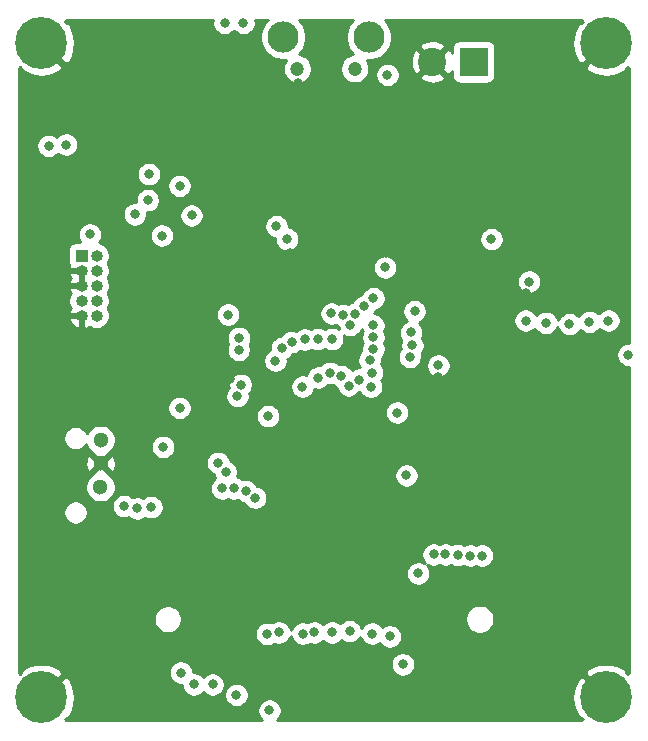
<source format=gbr>
%TF.GenerationSoftware,KiCad,Pcbnew,(5.1.10)-1*%
%TF.CreationDate,2021-09-19T12:36:10+02:00*%
%TF.ProjectId,stm32f446re_carrier_board,73746d33-3266-4343-9436-72655f636172,rev?*%
%TF.SameCoordinates,Original*%
%TF.FileFunction,Copper,L2,Inr*%
%TF.FilePolarity,Positive*%
%FSLAX46Y46*%
G04 Gerber Fmt 4.6, Leading zero omitted, Abs format (unit mm)*
G04 Created by KiCad (PCBNEW (5.1.10)-1) date 2021-09-19 12:36:10*
%MOMM*%
%LPD*%
G01*
G04 APERTURE LIST*
%TA.AperFunction,ComponentPad*%
%ADD10C,1.300000*%
%TD*%
%TA.AperFunction,ComponentPad*%
%ADD11O,1.000000X1.000000*%
%TD*%
%TA.AperFunction,ComponentPad*%
%ADD12R,1.000000X1.000000*%
%TD*%
%TA.AperFunction,ComponentPad*%
%ADD13C,2.400000*%
%TD*%
%TA.AperFunction,ComponentPad*%
%ADD14R,2.400000X2.400000*%
%TD*%
%TA.AperFunction,ComponentPad*%
%ADD15C,0.700000*%
%TD*%
%TA.AperFunction,ComponentPad*%
%ADD16C,4.400000*%
%TD*%
%TA.AperFunction,ComponentPad*%
%ADD17C,2.640000*%
%TD*%
%TA.AperFunction,ComponentPad*%
%ADD18C,1.200000*%
%TD*%
%TA.AperFunction,ViaPad*%
%ADD19C,0.800000*%
%TD*%
%TA.AperFunction,Conductor*%
%ADD20C,0.254000*%
%TD*%
%TA.AperFunction,Conductor*%
%ADD21C,0.100000*%
%TD*%
G04 APERTURE END LIST*
D10*
%TO.N,GND*%
%TO.C,SW1*%
X119210000Y-100400000D03*
%TO.N,Net-(R1-Pad1)*%
X119210000Y-98400000D03*
%TO.N,+3V3*%
X119200000Y-102400000D03*
%TD*%
D11*
%TO.N,Net-(J4-Pad10)*%
%TO.C,J4*%
X118870000Y-87880000D03*
%TO.N,GND*%
X117600000Y-87880000D03*
%TO.N,Net-(J4-Pad8)*%
X118870000Y-86610000D03*
%TO.N,Net-(J4-Pad7)*%
X117600000Y-86610000D03*
%TO.N,Net-(J4-Pad6)*%
X118870000Y-85340000D03*
%TO.N,GND*%
X117600000Y-85340000D03*
%TO.N,Net-(J4-Pad4)*%
X118870000Y-84070000D03*
%TO.N,GND*%
X117600000Y-84070000D03*
%TO.N,Net-(J4-Pad2)*%
X118870000Y-82800000D03*
D12*
%TO.N,+3V3*%
X117600000Y-82800000D03*
%TD*%
D13*
%TO.N,GND*%
%TO.C,J1*%
X147300000Y-66400000D03*
D14*
%TO.N,VCC*%
X150800000Y-66400000D03*
%TD*%
D15*
%TO.N,GND*%
%TO.C,H4*%
X115366726Y-119033274D03*
X114200000Y-118550000D03*
X113033274Y-119033274D03*
X112550000Y-120200000D03*
X113033274Y-121366726D03*
X114200000Y-121850000D03*
X115366726Y-121366726D03*
X115850000Y-120200000D03*
D16*
X114200000Y-120200000D03*
%TD*%
D15*
%TO.N,GND*%
%TO.C,H3*%
X163166726Y-119033274D03*
X162000000Y-118550000D03*
X160833274Y-119033274D03*
X160350000Y-120200000D03*
X160833274Y-121366726D03*
X162000000Y-121850000D03*
X163166726Y-121366726D03*
X163650000Y-120200000D03*
D16*
X162000000Y-120200000D03*
%TD*%
D15*
%TO.N,GND*%
%TO.C,H2*%
X115366726Y-63633274D03*
X114200000Y-63150000D03*
X113033274Y-63633274D03*
X112550000Y-64800000D03*
X113033274Y-65966726D03*
X114200000Y-66450000D03*
X115366726Y-65966726D03*
X115850000Y-64800000D03*
D16*
X114200000Y-64800000D03*
%TD*%
D15*
%TO.N,GND*%
%TO.C,H1*%
X163166726Y-63633274D03*
X162000000Y-63150000D03*
X160833274Y-63633274D03*
X160350000Y-64800000D03*
X160833274Y-65966726D03*
X162000000Y-66450000D03*
X163166726Y-65966726D03*
X163650000Y-64800000D03*
D16*
X162000000Y-64800000D03*
%TD*%
D17*
%TO.N,Net-(J3-Pad6)*%
%TO.C,J3*%
X134675000Y-64300000D03*
%TO.N,Net-(J3-Pad7)*%
X141925000Y-64300000D03*
D18*
%TO.N,Net-(J3-Pad8)*%
X135875000Y-66980000D03*
%TO.N,Net-(J3-Pad9)*%
X140725000Y-66980000D03*
%TD*%
D19*
%TO.N,GND*%
X129100000Y-97400000D03*
X131100000Y-98700000D03*
X125800000Y-90400000D03*
X125800000Y-92400000D03*
X143400000Y-82600000D03*
X151300000Y-77700000D03*
X155400000Y-69400000D03*
X155204113Y-85955224D03*
X161200000Y-81700000D03*
X155800000Y-92600000D03*
X149800000Y-90000000D03*
X147800000Y-93100000D03*
X118200000Y-71700000D03*
X127300000Y-63200000D03*
X130800000Y-97300000D03*
X135901779Y-68179704D03*
X137597553Y-68900701D03*
X136000000Y-69100000D03*
X136900000Y-69500000D03*
X136400000Y-72700000D03*
X135205000Y-82600000D03*
X131400000Y-81400000D03*
X137900000Y-104500000D03*
X135400000Y-99600000D03*
X146700000Y-84500000D03*
X140811611Y-102817144D03*
X125800000Y-98375000D03*
X130200000Y-93248500D03*
X144900000Y-99300000D03*
X145400000Y-70600000D03*
X144500000Y-109700000D03*
X142876914Y-117235657D03*
X139500000Y-117500000D03*
X135400000Y-113100000D03*
X130300000Y-114900000D03*
X125000000Y-112000000D03*
X151500000Y-115400000D03*
%TO.N,+3V3*%
X163900000Y-91200000D03*
X155200000Y-88300000D03*
X156900000Y-88500000D03*
X158900000Y-88600000D03*
X160600000Y-88400000D03*
X162200000Y-88300000D03*
X147800000Y-92100000D03*
X118300000Y-81000000D03*
X114800000Y-73500000D03*
X116300000Y-73400000D03*
X129700000Y-63100000D03*
X131300000Y-63100000D03*
X134100000Y-80300000D03*
X135000000Y-81400000D03*
X143300000Y-83800000D03*
X125900000Y-95700000D03*
X131072149Y-93737743D03*
X133400000Y-96400000D03*
X145100000Y-101400000D03*
X146100000Y-109700000D03*
X144800000Y-117400000D03*
X143699617Y-115032008D03*
X142200000Y-114800000D03*
%TO.N,+5V*%
X143500000Y-67500000D03*
%TO.N,/power/IN*%
X152300000Y-81400000D03*
X155500000Y-85000000D03*
%TO.N,PA15*%
X140300000Y-114600000D03*
X138800000Y-89867302D03*
X132300000Y-103300000D03*
%TO.N,PC10*%
X138800000Y-114700000D03*
X137588375Y-89867302D03*
X131486265Y-102718761D03*
%TO.N,PC11*%
X137300000Y-114700000D03*
X136500000Y-89900000D03*
X130500000Y-102500000D03*
%TO.N,PD2*%
X136306114Y-114810431D03*
%TO.N,PC12*%
X130000000Y-87800000D03*
X133500000Y-121300000D03*
X121200000Y-104000000D03*
%TO.N,PB7*%
X134300000Y-114700000D03*
%TO.N,PD2*%
X135400000Y-90100000D03*
X129500000Y-102500000D03*
%TO.N,PB5*%
X133307720Y-114824035D03*
%TO.N,PB4*%
X130926771Y-89773229D03*
X130700000Y-120000000D03*
X122300000Y-104200000D03*
%TO.N,PB5*%
X129149208Y-100340742D03*
X134552000Y-90630000D03*
%TO.N,PB6*%
X130904785Y-90773500D03*
X128700000Y-119100000D03*
X123500000Y-104100000D03*
%TO.N,PB7*%
X134000000Y-91700000D03*
X129800000Y-101100000D03*
%TO.N,I2C1_SCL*%
X127100000Y-119100000D03*
%TO.N,I2C1_SDA*%
X126000000Y-118100000D03*
%TO.N,PC13*%
X136300000Y-93900000D03*
%TO.N,PC0*%
X137640488Y-93124156D03*
%TO.N,PC1*%
X138638473Y-92725279D03*
%TO.N,PC2*%
X139599999Y-92999998D03*
%TO.N,PC3*%
X140200000Y-93800000D03*
%TO.N,PA0*%
X141100000Y-93300000D03*
%TO.N,PA1*%
X142100000Y-93900000D03*
%TO.N,PA3*%
X144312549Y-96087451D03*
%TO.N,PA4*%
X142200000Y-92700000D03*
%TO.N,PA5*%
X141983770Y-91648691D03*
%TO.N,PA6*%
X145383069Y-91376192D03*
%TO.N,PA7*%
X142300000Y-90700006D03*
%TO.N,PC4*%
X145600000Y-90400003D03*
%TO.N,PC5*%
X142300000Y-89700003D03*
%TO.N,PB0*%
X145500000Y-89300000D03*
%TO.N,PB1*%
X142300000Y-88700000D03*
%TO.N,PB10*%
X145800000Y-87500000D03*
%TO.N,PC8*%
X147399997Y-108100000D03*
%TO.N,PC9*%
X148400000Y-108100000D03*
%TO.N,PA8*%
X149430332Y-108130329D03*
%TO.N,PA9*%
X150500000Y-108200000D03*
%TO.N,PA10*%
X151500000Y-108200000D03*
%TO.N,FLASH_!WP*%
X122100000Y-79300000D03*
X140347167Y-88663267D03*
%TO.N,FLASH_!HOLD*%
X138746379Y-87692301D03*
X126907115Y-79392885D03*
%TO.N,SPI2_MOSI*%
X139736227Y-87834440D03*
X124400000Y-81100000D03*
%TO.N,SPI2_MISO*%
X140731777Y-87740186D03*
X123200000Y-78100000D03*
%TO.N,SPI2_SCK*%
X141500000Y-87100000D03*
X125900000Y-76900000D03*
%TO.N,SPI2_!CS*%
X142300000Y-86400000D03*
X123300000Y-75900000D03*
%TO.N,NRST*%
X130800000Y-94700000D03*
X124500000Y-99000000D03*
%TD*%
D20*
%TO.N,GND*%
X128665000Y-62998061D02*
X128665000Y-63201939D01*
X128704774Y-63401898D01*
X128782795Y-63590256D01*
X128896063Y-63759774D01*
X129040226Y-63903937D01*
X129209744Y-64017205D01*
X129398102Y-64095226D01*
X129598061Y-64135000D01*
X129801939Y-64135000D01*
X130001898Y-64095226D01*
X130190256Y-64017205D01*
X130359774Y-63903937D01*
X130500000Y-63763711D01*
X130640226Y-63903937D01*
X130809744Y-64017205D01*
X130998102Y-64095226D01*
X131198061Y-64135000D01*
X131401939Y-64135000D01*
X131601898Y-64095226D01*
X131790256Y-64017205D01*
X131959774Y-63903937D01*
X132103937Y-63759774D01*
X132217205Y-63590256D01*
X132295226Y-63401898D01*
X132335000Y-63201939D01*
X132335000Y-62998061D01*
X132307538Y-62860000D01*
X133350213Y-62860000D01*
X133156453Y-63053760D01*
X132942502Y-63373960D01*
X132795130Y-63729748D01*
X132720000Y-64107449D01*
X132720000Y-64492551D01*
X132795130Y-64870252D01*
X132942502Y-65226040D01*
X133156453Y-65546240D01*
X133428760Y-65818547D01*
X133748960Y-66032498D01*
X134104748Y-66179870D01*
X134482449Y-66255000D01*
X134867551Y-66255000D01*
X134875112Y-66253496D01*
X134780557Y-66395008D01*
X134687460Y-66619764D01*
X134640000Y-66858363D01*
X134640000Y-67101637D01*
X134687460Y-67340236D01*
X134780557Y-67564992D01*
X134915713Y-67767267D01*
X135087733Y-67939287D01*
X135290008Y-68074443D01*
X135514764Y-68167540D01*
X135753363Y-68215000D01*
X135996637Y-68215000D01*
X136235236Y-68167540D01*
X136459992Y-68074443D01*
X136662267Y-67939287D01*
X136834287Y-67767267D01*
X136969443Y-67564992D01*
X137062540Y-67340236D01*
X137110000Y-67101637D01*
X137110000Y-66858363D01*
X137062540Y-66619764D01*
X136969443Y-66395008D01*
X136834287Y-66192733D01*
X136662267Y-66020713D01*
X136459992Y-65885557D01*
X136235236Y-65792460D01*
X135996637Y-65745000D01*
X135994787Y-65745000D01*
X136193547Y-65546240D01*
X136407498Y-65226040D01*
X136554870Y-64870252D01*
X136630000Y-64492551D01*
X136630000Y-64107449D01*
X136554870Y-63729748D01*
X136407498Y-63373960D01*
X136193547Y-63053760D01*
X135999787Y-62860000D01*
X140600213Y-62860000D01*
X140406453Y-63053760D01*
X140192502Y-63373960D01*
X140045130Y-63729748D01*
X139970000Y-64107449D01*
X139970000Y-64492551D01*
X140045130Y-64870252D01*
X140192502Y-65226040D01*
X140406453Y-65546240D01*
X140605213Y-65745000D01*
X140603363Y-65745000D01*
X140364764Y-65792460D01*
X140140008Y-65885557D01*
X139937733Y-66020713D01*
X139765713Y-66192733D01*
X139630557Y-66395008D01*
X139537460Y-66619764D01*
X139490000Y-66858363D01*
X139490000Y-67101637D01*
X139537460Y-67340236D01*
X139630557Y-67564992D01*
X139765713Y-67767267D01*
X139937733Y-67939287D01*
X140140008Y-68074443D01*
X140364764Y-68167540D01*
X140603363Y-68215000D01*
X140846637Y-68215000D01*
X141085236Y-68167540D01*
X141309992Y-68074443D01*
X141512267Y-67939287D01*
X141684287Y-67767267D01*
X141819443Y-67564992D01*
X141888588Y-67398061D01*
X142465000Y-67398061D01*
X142465000Y-67601939D01*
X142504774Y-67801898D01*
X142582795Y-67990256D01*
X142696063Y-68159774D01*
X142840226Y-68303937D01*
X143009744Y-68417205D01*
X143198102Y-68495226D01*
X143398061Y-68535000D01*
X143601939Y-68535000D01*
X143801898Y-68495226D01*
X143990256Y-68417205D01*
X144159774Y-68303937D01*
X144303937Y-68159774D01*
X144417205Y-67990256D01*
X144495226Y-67801898D01*
X144519874Y-67677980D01*
X146201626Y-67677980D01*
X146321514Y-67962836D01*
X146645210Y-68123699D01*
X146994069Y-68218322D01*
X147354684Y-68243067D01*
X147713198Y-68196985D01*
X148055833Y-68081846D01*
X148278486Y-67962836D01*
X148398374Y-67677980D01*
X147300000Y-66579605D01*
X146201626Y-67677980D01*
X144519874Y-67677980D01*
X144535000Y-67601939D01*
X144535000Y-67398061D01*
X144495226Y-67198102D01*
X144417205Y-67009744D01*
X144303937Y-66840226D01*
X144159774Y-66696063D01*
X143990256Y-66582795D01*
X143801898Y-66504774D01*
X143601939Y-66465000D01*
X143398061Y-66465000D01*
X143198102Y-66504774D01*
X143009744Y-66582795D01*
X142840226Y-66696063D01*
X142696063Y-66840226D01*
X142582795Y-67009744D01*
X142504774Y-67198102D01*
X142465000Y-67398061D01*
X141888588Y-67398061D01*
X141912540Y-67340236D01*
X141960000Y-67101637D01*
X141960000Y-66858363D01*
X141912540Y-66619764D01*
X141844162Y-66454684D01*
X145456933Y-66454684D01*
X145503015Y-66813198D01*
X145618154Y-67155833D01*
X145737164Y-67378486D01*
X146022020Y-67498374D01*
X147120395Y-66400000D01*
X147479605Y-66400000D01*
X148577980Y-67498374D01*
X148862836Y-67378486D01*
X148961928Y-67179088D01*
X148961928Y-67600000D01*
X148974188Y-67724482D01*
X149010498Y-67844180D01*
X149069463Y-67954494D01*
X149148815Y-68051185D01*
X149245506Y-68130537D01*
X149355820Y-68189502D01*
X149475518Y-68225812D01*
X149600000Y-68238072D01*
X152000000Y-68238072D01*
X152124482Y-68225812D01*
X152244180Y-68189502D01*
X152354494Y-68130537D01*
X152451185Y-68051185D01*
X152530537Y-67954494D01*
X152589502Y-67844180D01*
X152625812Y-67724482D01*
X152638072Y-67600000D01*
X152638072Y-65200000D01*
X152625812Y-65075518D01*
X152589502Y-64955820D01*
X152530537Y-64845506D01*
X152451185Y-64748815D01*
X152354494Y-64669463D01*
X152244180Y-64610498D01*
X152124482Y-64574188D01*
X152000000Y-64561928D01*
X149600000Y-64561928D01*
X149475518Y-64574188D01*
X149355820Y-64610498D01*
X149245506Y-64669463D01*
X149148815Y-64748815D01*
X149069463Y-64845506D01*
X149010498Y-64955820D01*
X148974188Y-65075518D01*
X148961928Y-65200000D01*
X148961928Y-65606903D01*
X148862836Y-65421514D01*
X148577980Y-65301626D01*
X147479605Y-66400000D01*
X147120395Y-66400000D01*
X146022020Y-65301626D01*
X145737164Y-65421514D01*
X145576301Y-65745210D01*
X145481678Y-66094069D01*
X145456933Y-66454684D01*
X141844162Y-66454684D01*
X141819443Y-66395008D01*
X141724888Y-66253496D01*
X141732449Y-66255000D01*
X142117551Y-66255000D01*
X142495252Y-66179870D01*
X142851040Y-66032498D01*
X143171240Y-65818547D01*
X143443547Y-65546240D01*
X143657498Y-65226040D01*
X143700584Y-65122020D01*
X146201626Y-65122020D01*
X147300000Y-66220395D01*
X148398374Y-65122020D01*
X148278486Y-64837164D01*
X147954790Y-64676301D01*
X147605931Y-64581678D01*
X147245316Y-64556933D01*
X146886802Y-64603015D01*
X146544167Y-64718154D01*
X146321514Y-64837164D01*
X146201626Y-65122020D01*
X143700584Y-65122020D01*
X143804870Y-64870252D01*
X143880000Y-64492551D01*
X143880000Y-64107449D01*
X143804870Y-63729748D01*
X143657498Y-63373960D01*
X143443547Y-63053760D01*
X143249787Y-62860000D01*
X159912174Y-62860000D01*
X159896283Y-62875891D01*
X160010223Y-62989831D01*
X159622982Y-63229976D01*
X159362359Y-63723877D01*
X159203099Y-64259133D01*
X159151322Y-64815174D01*
X159209019Y-65370632D01*
X159373972Y-65904161D01*
X159622982Y-66370024D01*
X160010225Y-66610170D01*
X161820395Y-64800000D01*
X161806253Y-64785858D01*
X161985858Y-64606253D01*
X162000000Y-64620395D01*
X162014143Y-64606253D01*
X162193748Y-64785858D01*
X162179605Y-64800000D01*
X162193748Y-64814143D01*
X162014143Y-64993748D01*
X162000000Y-64979605D01*
X160189830Y-66789775D01*
X160429976Y-67177018D01*
X160923877Y-67437641D01*
X161459133Y-67596901D01*
X162015174Y-67648678D01*
X162570632Y-67590981D01*
X163104161Y-67426028D01*
X163570024Y-67177018D01*
X163810169Y-66789777D01*
X163924109Y-66903717D01*
X163940001Y-66887825D01*
X163940001Y-90165000D01*
X163798061Y-90165000D01*
X163598102Y-90204774D01*
X163409744Y-90282795D01*
X163240226Y-90396063D01*
X163096063Y-90540226D01*
X162982795Y-90709744D01*
X162904774Y-90898102D01*
X162865000Y-91098061D01*
X162865000Y-91301939D01*
X162904774Y-91501898D01*
X162982795Y-91690256D01*
X163096063Y-91859774D01*
X163240226Y-92003937D01*
X163409744Y-92117205D01*
X163598102Y-92195226D01*
X163798061Y-92235000D01*
X163940001Y-92235000D01*
X163940000Y-118112174D01*
X163924109Y-118096283D01*
X163810169Y-118210223D01*
X163570024Y-117822982D01*
X163076123Y-117562359D01*
X162540867Y-117403099D01*
X161984826Y-117351322D01*
X161429368Y-117409019D01*
X160895839Y-117573972D01*
X160429976Y-117822982D01*
X160189830Y-118210225D01*
X162000000Y-120020395D01*
X162014143Y-120006253D01*
X162193748Y-120185858D01*
X162179605Y-120200000D01*
X162193748Y-120214143D01*
X162014143Y-120393748D01*
X162000000Y-120379605D01*
X161985858Y-120393748D01*
X161806253Y-120214143D01*
X161820395Y-120200000D01*
X160010225Y-118389830D01*
X159622982Y-118629976D01*
X159362359Y-119123877D01*
X159203099Y-119659133D01*
X159151322Y-120215174D01*
X159209019Y-120770632D01*
X159373972Y-121304161D01*
X159622982Y-121770024D01*
X160010223Y-122010169D01*
X159896283Y-122124109D01*
X159912174Y-122140000D01*
X134105802Y-122140000D01*
X134159774Y-122103937D01*
X134303937Y-121959774D01*
X134417205Y-121790256D01*
X134495226Y-121601898D01*
X134535000Y-121401939D01*
X134535000Y-121198061D01*
X134495226Y-120998102D01*
X134417205Y-120809744D01*
X134303937Y-120640226D01*
X134159774Y-120496063D01*
X133990256Y-120382795D01*
X133801898Y-120304774D01*
X133601939Y-120265000D01*
X133398061Y-120265000D01*
X133198102Y-120304774D01*
X133009744Y-120382795D01*
X132840226Y-120496063D01*
X132696063Y-120640226D01*
X132582795Y-120809744D01*
X132504774Y-120998102D01*
X132465000Y-121198061D01*
X132465000Y-121401939D01*
X132504774Y-121601898D01*
X132582795Y-121790256D01*
X132696063Y-121959774D01*
X132840226Y-122103937D01*
X132894198Y-122140000D01*
X116287826Y-122140000D01*
X116303717Y-122124109D01*
X116189777Y-122010169D01*
X116577018Y-121770024D01*
X116837641Y-121276123D01*
X116996901Y-120740867D01*
X117048678Y-120184826D01*
X116990981Y-119629368D01*
X116826028Y-119095839D01*
X116577018Y-118629976D01*
X116189775Y-118389830D01*
X114379605Y-120200000D01*
X114393748Y-120214143D01*
X114214143Y-120393748D01*
X114200000Y-120379605D01*
X114185858Y-120393748D01*
X114006253Y-120214143D01*
X114020395Y-120200000D01*
X114006253Y-120185858D01*
X114185858Y-120006253D01*
X114200000Y-120020395D01*
X116010170Y-118210225D01*
X115878599Y-117998061D01*
X124965000Y-117998061D01*
X124965000Y-118201939D01*
X125004774Y-118401898D01*
X125082795Y-118590256D01*
X125196063Y-118759774D01*
X125340226Y-118903937D01*
X125509744Y-119017205D01*
X125698102Y-119095226D01*
X125898061Y-119135000D01*
X126065000Y-119135000D01*
X126065000Y-119201939D01*
X126104774Y-119401898D01*
X126182795Y-119590256D01*
X126296063Y-119759774D01*
X126440226Y-119903937D01*
X126609744Y-120017205D01*
X126798102Y-120095226D01*
X126998061Y-120135000D01*
X127201939Y-120135000D01*
X127401898Y-120095226D01*
X127590256Y-120017205D01*
X127759774Y-119903937D01*
X127900000Y-119763711D01*
X128040226Y-119903937D01*
X128209744Y-120017205D01*
X128398102Y-120095226D01*
X128598061Y-120135000D01*
X128801939Y-120135000D01*
X129001898Y-120095226D01*
X129190256Y-120017205D01*
X129359774Y-119903937D01*
X129365650Y-119898061D01*
X129665000Y-119898061D01*
X129665000Y-120101939D01*
X129704774Y-120301898D01*
X129782795Y-120490256D01*
X129896063Y-120659774D01*
X130040226Y-120803937D01*
X130209744Y-120917205D01*
X130398102Y-120995226D01*
X130598061Y-121035000D01*
X130801939Y-121035000D01*
X131001898Y-120995226D01*
X131190256Y-120917205D01*
X131359774Y-120803937D01*
X131503937Y-120659774D01*
X131617205Y-120490256D01*
X131695226Y-120301898D01*
X131735000Y-120101939D01*
X131735000Y-119898061D01*
X131695226Y-119698102D01*
X131617205Y-119509744D01*
X131503937Y-119340226D01*
X131359774Y-119196063D01*
X131190256Y-119082795D01*
X131001898Y-119004774D01*
X130801939Y-118965000D01*
X130598061Y-118965000D01*
X130398102Y-119004774D01*
X130209744Y-119082795D01*
X130040226Y-119196063D01*
X129896063Y-119340226D01*
X129782795Y-119509744D01*
X129704774Y-119698102D01*
X129665000Y-119898061D01*
X129365650Y-119898061D01*
X129503937Y-119759774D01*
X129617205Y-119590256D01*
X129695226Y-119401898D01*
X129735000Y-119201939D01*
X129735000Y-118998061D01*
X129695226Y-118798102D01*
X129617205Y-118609744D01*
X129503937Y-118440226D01*
X129359774Y-118296063D01*
X129190256Y-118182795D01*
X129001898Y-118104774D01*
X128801939Y-118065000D01*
X128598061Y-118065000D01*
X128398102Y-118104774D01*
X128209744Y-118182795D01*
X128040226Y-118296063D01*
X127900000Y-118436289D01*
X127759774Y-118296063D01*
X127590256Y-118182795D01*
X127401898Y-118104774D01*
X127201939Y-118065000D01*
X127035000Y-118065000D01*
X127035000Y-117998061D01*
X126995226Y-117798102D01*
X126917205Y-117609744D01*
X126803937Y-117440226D01*
X126661772Y-117298061D01*
X143765000Y-117298061D01*
X143765000Y-117501939D01*
X143804774Y-117701898D01*
X143882795Y-117890256D01*
X143996063Y-118059774D01*
X144140226Y-118203937D01*
X144309744Y-118317205D01*
X144498102Y-118395226D01*
X144698061Y-118435000D01*
X144901939Y-118435000D01*
X145101898Y-118395226D01*
X145290256Y-118317205D01*
X145459774Y-118203937D01*
X145603937Y-118059774D01*
X145717205Y-117890256D01*
X145795226Y-117701898D01*
X145835000Y-117501939D01*
X145835000Y-117298061D01*
X145795226Y-117098102D01*
X145717205Y-116909744D01*
X145603937Y-116740226D01*
X145459774Y-116596063D01*
X145290256Y-116482795D01*
X145101898Y-116404774D01*
X144901939Y-116365000D01*
X144698061Y-116365000D01*
X144498102Y-116404774D01*
X144309744Y-116482795D01*
X144140226Y-116596063D01*
X143996063Y-116740226D01*
X143882795Y-116909744D01*
X143804774Y-117098102D01*
X143765000Y-117298061D01*
X126661772Y-117298061D01*
X126659774Y-117296063D01*
X126490256Y-117182795D01*
X126301898Y-117104774D01*
X126101939Y-117065000D01*
X125898061Y-117065000D01*
X125698102Y-117104774D01*
X125509744Y-117182795D01*
X125340226Y-117296063D01*
X125196063Y-117440226D01*
X125082795Y-117609744D01*
X125004774Y-117798102D01*
X124965000Y-117998061D01*
X115878599Y-117998061D01*
X115770024Y-117822982D01*
X115276123Y-117562359D01*
X114740867Y-117403099D01*
X114184826Y-117351322D01*
X113629368Y-117409019D01*
X113095839Y-117573972D01*
X112629976Y-117822982D01*
X112389831Y-118210223D01*
X112275891Y-118096283D01*
X112260000Y-118112174D01*
X112260000Y-113465288D01*
X123718000Y-113465288D01*
X123718000Y-113698712D01*
X123763539Y-113927652D01*
X123852866Y-114143308D01*
X123982550Y-114337394D01*
X124147606Y-114502450D01*
X124341692Y-114632134D01*
X124557348Y-114721461D01*
X124786288Y-114767000D01*
X125019712Y-114767000D01*
X125245459Y-114722096D01*
X132272720Y-114722096D01*
X132272720Y-114925974D01*
X132312494Y-115125933D01*
X132390515Y-115314291D01*
X132503783Y-115483809D01*
X132647946Y-115627972D01*
X132817464Y-115741240D01*
X133005822Y-115819261D01*
X133205781Y-115859035D01*
X133409659Y-115859035D01*
X133609618Y-115819261D01*
X133797976Y-115741240D01*
X133917073Y-115661662D01*
X133998102Y-115695226D01*
X134198061Y-115735000D01*
X134401939Y-115735000D01*
X134601898Y-115695226D01*
X134790256Y-115617205D01*
X134959774Y-115503937D01*
X135103937Y-115359774D01*
X135217205Y-115190256D01*
X135290967Y-115012180D01*
X135310888Y-115112329D01*
X135388909Y-115300687D01*
X135502177Y-115470205D01*
X135646340Y-115614368D01*
X135815858Y-115727636D01*
X136004216Y-115805657D01*
X136204175Y-115845431D01*
X136408053Y-115845431D01*
X136608012Y-115805657D01*
X136796370Y-115727636D01*
X136903513Y-115656046D01*
X136998102Y-115695226D01*
X137198061Y-115735000D01*
X137401939Y-115735000D01*
X137601898Y-115695226D01*
X137790256Y-115617205D01*
X137959774Y-115503937D01*
X138050000Y-115413711D01*
X138140226Y-115503937D01*
X138309744Y-115617205D01*
X138498102Y-115695226D01*
X138698061Y-115735000D01*
X138901939Y-115735000D01*
X139101898Y-115695226D01*
X139290256Y-115617205D01*
X139459774Y-115503937D01*
X139600000Y-115363711D01*
X139640226Y-115403937D01*
X139809744Y-115517205D01*
X139998102Y-115595226D01*
X140198061Y-115635000D01*
X140401939Y-115635000D01*
X140601898Y-115595226D01*
X140790256Y-115517205D01*
X140959774Y-115403937D01*
X141103937Y-115259774D01*
X141206554Y-115106196D01*
X141282795Y-115290256D01*
X141396063Y-115459774D01*
X141540226Y-115603937D01*
X141709744Y-115717205D01*
X141898102Y-115795226D01*
X142098061Y-115835000D01*
X142301939Y-115835000D01*
X142501898Y-115795226D01*
X142690256Y-115717205D01*
X142844018Y-115614465D01*
X142895680Y-115691782D01*
X143039843Y-115835945D01*
X143209361Y-115949213D01*
X143397719Y-116027234D01*
X143597678Y-116067008D01*
X143801556Y-116067008D01*
X144001515Y-116027234D01*
X144189873Y-115949213D01*
X144359391Y-115835945D01*
X144503554Y-115691782D01*
X144616822Y-115522264D01*
X144694843Y-115333906D01*
X144734617Y-115133947D01*
X144734617Y-114930069D01*
X144694843Y-114730110D01*
X144616822Y-114541752D01*
X144503554Y-114372234D01*
X144359391Y-114228071D01*
X144189873Y-114114803D01*
X144001515Y-114036782D01*
X143801556Y-113997008D01*
X143597678Y-113997008D01*
X143397719Y-114036782D01*
X143209361Y-114114803D01*
X143055599Y-114217543D01*
X143003937Y-114140226D01*
X142859774Y-113996063D01*
X142690256Y-113882795D01*
X142501898Y-113804774D01*
X142301939Y-113765000D01*
X142098061Y-113765000D01*
X141898102Y-113804774D01*
X141709744Y-113882795D01*
X141540226Y-113996063D01*
X141396063Y-114140226D01*
X141293446Y-114293804D01*
X141217205Y-114109744D01*
X141103937Y-113940226D01*
X140959774Y-113796063D01*
X140790256Y-113682795D01*
X140601898Y-113604774D01*
X140401939Y-113565000D01*
X140198061Y-113565000D01*
X139998102Y-113604774D01*
X139809744Y-113682795D01*
X139640226Y-113796063D01*
X139500000Y-113936289D01*
X139459774Y-113896063D01*
X139290256Y-113782795D01*
X139101898Y-113704774D01*
X138901939Y-113665000D01*
X138698061Y-113665000D01*
X138498102Y-113704774D01*
X138309744Y-113782795D01*
X138140226Y-113896063D01*
X138050000Y-113986289D01*
X137959774Y-113896063D01*
X137790256Y-113782795D01*
X137601898Y-113704774D01*
X137401939Y-113665000D01*
X137198061Y-113665000D01*
X136998102Y-113704774D01*
X136809744Y-113782795D01*
X136702601Y-113854385D01*
X136608012Y-113815205D01*
X136408053Y-113775431D01*
X136204175Y-113775431D01*
X136004216Y-113815205D01*
X135815858Y-113893226D01*
X135646340Y-114006494D01*
X135502177Y-114150657D01*
X135388909Y-114320175D01*
X135315147Y-114498251D01*
X135295226Y-114398102D01*
X135217205Y-114209744D01*
X135103937Y-114040226D01*
X134959774Y-113896063D01*
X134790256Y-113782795D01*
X134601898Y-113704774D01*
X134401939Y-113665000D01*
X134198061Y-113665000D01*
X133998102Y-113704774D01*
X133809744Y-113782795D01*
X133690647Y-113862373D01*
X133609618Y-113828809D01*
X133409659Y-113789035D01*
X133205781Y-113789035D01*
X133005822Y-113828809D01*
X132817464Y-113906830D01*
X132647946Y-114020098D01*
X132503783Y-114164261D01*
X132390515Y-114333779D01*
X132312494Y-114522137D01*
X132272720Y-114722096D01*
X125245459Y-114722096D01*
X125248652Y-114721461D01*
X125464308Y-114632134D01*
X125658394Y-114502450D01*
X125823450Y-114337394D01*
X125953134Y-114143308D01*
X126042461Y-113927652D01*
X126088000Y-113698712D01*
X126088000Y-113465288D01*
X126087021Y-113460363D01*
X150068000Y-113460363D01*
X150068000Y-113703637D01*
X150115460Y-113942236D01*
X150208557Y-114166992D01*
X150343713Y-114369267D01*
X150515733Y-114541287D01*
X150718008Y-114676443D01*
X150942764Y-114769540D01*
X151181363Y-114817000D01*
X151424637Y-114817000D01*
X151663236Y-114769540D01*
X151887992Y-114676443D01*
X152090267Y-114541287D01*
X152262287Y-114369267D01*
X152397443Y-114166992D01*
X152490540Y-113942236D01*
X152538000Y-113703637D01*
X152538000Y-113460363D01*
X152490540Y-113221764D01*
X152397443Y-112997008D01*
X152262287Y-112794733D01*
X152090267Y-112622713D01*
X151887992Y-112487557D01*
X151663236Y-112394460D01*
X151424637Y-112347000D01*
X151181363Y-112347000D01*
X150942764Y-112394460D01*
X150718008Y-112487557D01*
X150515733Y-112622713D01*
X150343713Y-112794733D01*
X150208557Y-112997008D01*
X150115460Y-113221764D01*
X150068000Y-113460363D01*
X126087021Y-113460363D01*
X126042461Y-113236348D01*
X125953134Y-113020692D01*
X125823450Y-112826606D01*
X125658394Y-112661550D01*
X125464308Y-112531866D01*
X125248652Y-112442539D01*
X125019712Y-112397000D01*
X124786288Y-112397000D01*
X124557348Y-112442539D01*
X124341692Y-112531866D01*
X124147606Y-112661550D01*
X123982550Y-112826606D01*
X123852866Y-113020692D01*
X123763539Y-113236348D01*
X123718000Y-113465288D01*
X112260000Y-113465288D01*
X112260000Y-109598061D01*
X145065000Y-109598061D01*
X145065000Y-109801939D01*
X145104774Y-110001898D01*
X145182795Y-110190256D01*
X145296063Y-110359774D01*
X145440226Y-110503937D01*
X145609744Y-110617205D01*
X145798102Y-110695226D01*
X145998061Y-110735000D01*
X146201939Y-110735000D01*
X146401898Y-110695226D01*
X146590256Y-110617205D01*
X146759774Y-110503937D01*
X146903937Y-110359774D01*
X147017205Y-110190256D01*
X147095226Y-110001898D01*
X147135000Y-109801939D01*
X147135000Y-109598061D01*
X147095226Y-109398102D01*
X147017205Y-109209744D01*
X146903937Y-109040226D01*
X146822872Y-108959161D01*
X146909741Y-109017205D01*
X147098099Y-109095226D01*
X147298058Y-109135000D01*
X147501936Y-109135000D01*
X147701895Y-109095226D01*
X147890253Y-109017205D01*
X147899999Y-109010693D01*
X147909744Y-109017205D01*
X148098102Y-109095226D01*
X148298061Y-109135000D01*
X148501939Y-109135000D01*
X148701898Y-109095226D01*
X148890256Y-109017205D01*
X148892471Y-109015725D01*
X148940076Y-109047534D01*
X149128434Y-109125555D01*
X149328393Y-109165329D01*
X149532271Y-109165329D01*
X149732230Y-109125555D01*
X149911258Y-109051399D01*
X150009744Y-109117205D01*
X150198102Y-109195226D01*
X150398061Y-109235000D01*
X150601939Y-109235000D01*
X150801898Y-109195226D01*
X150990256Y-109117205D01*
X151000000Y-109110694D01*
X151009744Y-109117205D01*
X151198102Y-109195226D01*
X151398061Y-109235000D01*
X151601939Y-109235000D01*
X151801898Y-109195226D01*
X151990256Y-109117205D01*
X152159774Y-109003937D01*
X152303937Y-108859774D01*
X152417205Y-108690256D01*
X152495226Y-108501898D01*
X152535000Y-108301939D01*
X152535000Y-108098061D01*
X152495226Y-107898102D01*
X152417205Y-107709744D01*
X152303937Y-107540226D01*
X152159774Y-107396063D01*
X151990256Y-107282795D01*
X151801898Y-107204774D01*
X151601939Y-107165000D01*
X151398061Y-107165000D01*
X151198102Y-107204774D01*
X151009744Y-107282795D01*
X151000000Y-107289306D01*
X150990256Y-107282795D01*
X150801898Y-107204774D01*
X150601939Y-107165000D01*
X150398061Y-107165000D01*
X150198102Y-107204774D01*
X150019074Y-107278930D01*
X149920588Y-107213124D01*
X149732230Y-107135103D01*
X149532271Y-107095329D01*
X149328393Y-107095329D01*
X149128434Y-107135103D01*
X148940076Y-107213124D01*
X148937861Y-107214604D01*
X148890256Y-107182795D01*
X148701898Y-107104774D01*
X148501939Y-107065000D01*
X148298061Y-107065000D01*
X148098102Y-107104774D01*
X147909744Y-107182795D01*
X147899999Y-107189307D01*
X147890253Y-107182795D01*
X147701895Y-107104774D01*
X147501936Y-107065000D01*
X147298058Y-107065000D01*
X147098099Y-107104774D01*
X146909741Y-107182795D01*
X146740223Y-107296063D01*
X146596060Y-107440226D01*
X146482792Y-107609744D01*
X146404771Y-107798102D01*
X146364997Y-107998061D01*
X146364997Y-108201939D01*
X146404771Y-108401898D01*
X146482792Y-108590256D01*
X146596060Y-108759774D01*
X146677125Y-108840839D01*
X146590256Y-108782795D01*
X146401898Y-108704774D01*
X146201939Y-108665000D01*
X145998061Y-108665000D01*
X145798102Y-108704774D01*
X145609744Y-108782795D01*
X145440226Y-108896063D01*
X145296063Y-109040226D01*
X145182795Y-109209744D01*
X145104774Y-109398102D01*
X145065000Y-109598061D01*
X112260000Y-109598061D01*
X112260000Y-104448061D01*
X116065000Y-104448061D01*
X116065000Y-104651939D01*
X116104774Y-104851898D01*
X116182795Y-105040256D01*
X116296063Y-105209774D01*
X116440226Y-105353937D01*
X116609744Y-105467205D01*
X116798102Y-105545226D01*
X116998061Y-105585000D01*
X117201939Y-105585000D01*
X117401898Y-105545226D01*
X117590256Y-105467205D01*
X117759774Y-105353937D01*
X117903937Y-105209774D01*
X118017205Y-105040256D01*
X118095226Y-104851898D01*
X118135000Y-104651939D01*
X118135000Y-104448061D01*
X118095226Y-104248102D01*
X118017205Y-104059744D01*
X117909173Y-103898061D01*
X120165000Y-103898061D01*
X120165000Y-104101939D01*
X120204774Y-104301898D01*
X120282795Y-104490256D01*
X120396063Y-104659774D01*
X120540226Y-104803937D01*
X120709744Y-104917205D01*
X120898102Y-104995226D01*
X121098061Y-105035000D01*
X121301939Y-105035000D01*
X121501898Y-104995226D01*
X121593551Y-104957262D01*
X121640226Y-105003937D01*
X121809744Y-105117205D01*
X121998102Y-105195226D01*
X122198061Y-105235000D01*
X122401939Y-105235000D01*
X122601898Y-105195226D01*
X122790256Y-105117205D01*
X122959774Y-105003937D01*
X122971836Y-104991875D01*
X123009744Y-105017205D01*
X123198102Y-105095226D01*
X123398061Y-105135000D01*
X123601939Y-105135000D01*
X123801898Y-105095226D01*
X123990256Y-105017205D01*
X124159774Y-104903937D01*
X124303937Y-104759774D01*
X124417205Y-104590256D01*
X124495226Y-104401898D01*
X124535000Y-104201939D01*
X124535000Y-103998061D01*
X124495226Y-103798102D01*
X124417205Y-103609744D01*
X124303937Y-103440226D01*
X124159774Y-103296063D01*
X123990256Y-103182795D01*
X123801898Y-103104774D01*
X123601939Y-103065000D01*
X123398061Y-103065000D01*
X123198102Y-103104774D01*
X123009744Y-103182795D01*
X122840226Y-103296063D01*
X122828164Y-103308125D01*
X122790256Y-103282795D01*
X122601898Y-103204774D01*
X122401939Y-103165000D01*
X122198061Y-103165000D01*
X121998102Y-103204774D01*
X121906449Y-103242738D01*
X121859774Y-103196063D01*
X121690256Y-103082795D01*
X121501898Y-103004774D01*
X121301939Y-102965000D01*
X121098061Y-102965000D01*
X120898102Y-103004774D01*
X120709744Y-103082795D01*
X120540226Y-103196063D01*
X120396063Y-103340226D01*
X120282795Y-103509744D01*
X120204774Y-103698102D01*
X120165000Y-103898061D01*
X117909173Y-103898061D01*
X117903937Y-103890226D01*
X117759774Y-103746063D01*
X117590256Y-103632795D01*
X117401898Y-103554774D01*
X117201939Y-103515000D01*
X116998061Y-103515000D01*
X116798102Y-103554774D01*
X116609744Y-103632795D01*
X116440226Y-103746063D01*
X116296063Y-103890226D01*
X116182795Y-104059744D01*
X116104774Y-104248102D01*
X116065000Y-104448061D01*
X112260000Y-104448061D01*
X112260000Y-102273439D01*
X117915000Y-102273439D01*
X117915000Y-102526561D01*
X117964381Y-102774821D01*
X118061247Y-103008676D01*
X118201875Y-103219140D01*
X118380860Y-103398125D01*
X118591324Y-103538753D01*
X118825179Y-103635619D01*
X119073439Y-103685000D01*
X119326561Y-103685000D01*
X119574821Y-103635619D01*
X119808676Y-103538753D01*
X120019140Y-103398125D01*
X120198125Y-103219140D01*
X120338753Y-103008676D01*
X120435619Y-102774821D01*
X120485000Y-102526561D01*
X120485000Y-102273439D01*
X120435619Y-102025179D01*
X120338753Y-101791324D01*
X120198125Y-101580860D01*
X120019140Y-101401875D01*
X119906353Y-101326513D01*
X119915922Y-101285527D01*
X119210000Y-100579605D01*
X118504078Y-101285527D01*
X118510948Y-101314953D01*
X118380860Y-101401875D01*
X118201875Y-101580860D01*
X118061247Y-101791324D01*
X117964381Y-102025179D01*
X117915000Y-102273439D01*
X112260000Y-102273439D01*
X112260000Y-100476455D01*
X117921048Y-100476455D01*
X117960730Y-100726449D01*
X118048422Y-100963896D01*
X118095799Y-101052534D01*
X118324473Y-101105922D01*
X119030395Y-100400000D01*
X119389605Y-100400000D01*
X120095527Y-101105922D01*
X120324201Y-101052534D01*
X120430095Y-100822626D01*
X120489102Y-100576476D01*
X120498952Y-100323545D01*
X120485501Y-100238803D01*
X128114208Y-100238803D01*
X128114208Y-100442681D01*
X128153982Y-100642640D01*
X128232003Y-100830998D01*
X128345271Y-101000516D01*
X128489434Y-101144679D01*
X128658952Y-101257947D01*
X128786663Y-101310847D01*
X128804774Y-101401898D01*
X128882795Y-101590256D01*
X128918532Y-101643741D01*
X128840226Y-101696063D01*
X128696063Y-101840226D01*
X128582795Y-102009744D01*
X128504774Y-102198102D01*
X128465000Y-102398061D01*
X128465000Y-102601939D01*
X128504774Y-102801898D01*
X128582795Y-102990256D01*
X128696063Y-103159774D01*
X128840226Y-103303937D01*
X129009744Y-103417205D01*
X129198102Y-103495226D01*
X129398061Y-103535000D01*
X129601939Y-103535000D01*
X129801898Y-103495226D01*
X129990256Y-103417205D01*
X130000000Y-103410694D01*
X130009744Y-103417205D01*
X130198102Y-103495226D01*
X130398061Y-103535000D01*
X130601939Y-103535000D01*
X130799497Y-103495704D01*
X130826491Y-103522698D01*
X130996009Y-103635966D01*
X131184367Y-103713987D01*
X131366183Y-103750152D01*
X131382795Y-103790256D01*
X131496063Y-103959774D01*
X131640226Y-104103937D01*
X131809744Y-104217205D01*
X131998102Y-104295226D01*
X132198061Y-104335000D01*
X132401939Y-104335000D01*
X132601898Y-104295226D01*
X132790256Y-104217205D01*
X132959774Y-104103937D01*
X133103937Y-103959774D01*
X133217205Y-103790256D01*
X133295226Y-103601898D01*
X133335000Y-103401939D01*
X133335000Y-103198061D01*
X133295226Y-102998102D01*
X133217205Y-102809744D01*
X133103937Y-102640226D01*
X132959774Y-102496063D01*
X132790256Y-102382795D01*
X132601898Y-102304774D01*
X132420082Y-102268609D01*
X132403470Y-102228505D01*
X132290202Y-102058987D01*
X132146039Y-101914824D01*
X131976521Y-101801556D01*
X131788163Y-101723535D01*
X131588204Y-101683761D01*
X131384326Y-101683761D01*
X131186768Y-101723057D01*
X131159774Y-101696063D01*
X130990256Y-101582795D01*
X130801898Y-101504774D01*
X130756365Y-101495717D01*
X130795226Y-101401898D01*
X130815880Y-101298061D01*
X144065000Y-101298061D01*
X144065000Y-101501939D01*
X144104774Y-101701898D01*
X144182795Y-101890256D01*
X144296063Y-102059774D01*
X144440226Y-102203937D01*
X144609744Y-102317205D01*
X144798102Y-102395226D01*
X144998061Y-102435000D01*
X145201939Y-102435000D01*
X145401898Y-102395226D01*
X145590256Y-102317205D01*
X145759774Y-102203937D01*
X145903937Y-102059774D01*
X146017205Y-101890256D01*
X146095226Y-101701898D01*
X146135000Y-101501939D01*
X146135000Y-101298061D01*
X146095226Y-101098102D01*
X146017205Y-100909744D01*
X145903937Y-100740226D01*
X145759774Y-100596063D01*
X145590256Y-100482795D01*
X145401898Y-100404774D01*
X145201939Y-100365000D01*
X144998061Y-100365000D01*
X144798102Y-100404774D01*
X144609744Y-100482795D01*
X144440226Y-100596063D01*
X144296063Y-100740226D01*
X144182795Y-100909744D01*
X144104774Y-101098102D01*
X144065000Y-101298061D01*
X130815880Y-101298061D01*
X130835000Y-101201939D01*
X130835000Y-100998061D01*
X130795226Y-100798102D01*
X130717205Y-100609744D01*
X130603937Y-100440226D01*
X130459774Y-100296063D01*
X130290256Y-100182795D01*
X130162545Y-100129895D01*
X130144434Y-100038844D01*
X130066413Y-99850486D01*
X129953145Y-99680968D01*
X129808982Y-99536805D01*
X129639464Y-99423537D01*
X129451106Y-99345516D01*
X129251147Y-99305742D01*
X129047269Y-99305742D01*
X128847310Y-99345516D01*
X128658952Y-99423537D01*
X128489434Y-99536805D01*
X128345271Y-99680968D01*
X128232003Y-99850486D01*
X128153982Y-100038844D01*
X128114208Y-100238803D01*
X120485501Y-100238803D01*
X120459270Y-100073551D01*
X120371578Y-99836104D01*
X120324201Y-99747466D01*
X120095527Y-99694078D01*
X119389605Y-100400000D01*
X119030395Y-100400000D01*
X118324473Y-99694078D01*
X118095799Y-99747466D01*
X117989905Y-99977374D01*
X117930898Y-100223524D01*
X117921048Y-100476455D01*
X112260000Y-100476455D01*
X112260000Y-98148061D01*
X116055000Y-98148061D01*
X116055000Y-98351939D01*
X116094774Y-98551898D01*
X116172795Y-98740256D01*
X116286063Y-98909774D01*
X116430226Y-99053937D01*
X116599744Y-99167205D01*
X116788102Y-99245226D01*
X116988061Y-99285000D01*
X117191939Y-99285000D01*
X117391898Y-99245226D01*
X117580256Y-99167205D01*
X117749774Y-99053937D01*
X117893937Y-98909774D01*
X117978104Y-98783809D01*
X118071247Y-99008676D01*
X118211875Y-99219140D01*
X118390860Y-99398125D01*
X118512297Y-99479267D01*
X118504078Y-99514473D01*
X119210000Y-100220395D01*
X119915922Y-99514473D01*
X119907703Y-99479267D01*
X120029140Y-99398125D01*
X120208125Y-99219140D01*
X120348753Y-99008676D01*
X120394571Y-98898061D01*
X123465000Y-98898061D01*
X123465000Y-99101939D01*
X123504774Y-99301898D01*
X123582795Y-99490256D01*
X123696063Y-99659774D01*
X123840226Y-99803937D01*
X124009744Y-99917205D01*
X124198102Y-99995226D01*
X124398061Y-100035000D01*
X124601939Y-100035000D01*
X124801898Y-99995226D01*
X124990256Y-99917205D01*
X125159774Y-99803937D01*
X125303937Y-99659774D01*
X125417205Y-99490256D01*
X125495226Y-99301898D01*
X125535000Y-99101939D01*
X125535000Y-98898061D01*
X125495226Y-98698102D01*
X125417205Y-98509744D01*
X125303937Y-98340226D01*
X125159774Y-98196063D01*
X124990256Y-98082795D01*
X124801898Y-98004774D01*
X124601939Y-97965000D01*
X124398061Y-97965000D01*
X124198102Y-98004774D01*
X124009744Y-98082795D01*
X123840226Y-98196063D01*
X123696063Y-98340226D01*
X123582795Y-98509744D01*
X123504774Y-98698102D01*
X123465000Y-98898061D01*
X120394571Y-98898061D01*
X120445619Y-98774821D01*
X120495000Y-98526561D01*
X120495000Y-98273439D01*
X120445619Y-98025179D01*
X120348753Y-97791324D01*
X120208125Y-97580860D01*
X120029140Y-97401875D01*
X119818676Y-97261247D01*
X119584821Y-97164381D01*
X119336561Y-97115000D01*
X119083439Y-97115000D01*
X118835179Y-97164381D01*
X118601324Y-97261247D01*
X118390860Y-97401875D01*
X118211875Y-97580860D01*
X118071247Y-97791324D01*
X118045767Y-97852839D01*
X118007205Y-97759744D01*
X117893937Y-97590226D01*
X117749774Y-97446063D01*
X117580256Y-97332795D01*
X117391898Y-97254774D01*
X117191939Y-97215000D01*
X116988061Y-97215000D01*
X116788102Y-97254774D01*
X116599744Y-97332795D01*
X116430226Y-97446063D01*
X116286063Y-97590226D01*
X116172795Y-97759744D01*
X116094774Y-97948102D01*
X116055000Y-98148061D01*
X112260000Y-98148061D01*
X112260000Y-95598061D01*
X124865000Y-95598061D01*
X124865000Y-95801939D01*
X124904774Y-96001898D01*
X124982795Y-96190256D01*
X125096063Y-96359774D01*
X125240226Y-96503937D01*
X125409744Y-96617205D01*
X125598102Y-96695226D01*
X125798061Y-96735000D01*
X126001939Y-96735000D01*
X126201898Y-96695226D01*
X126390256Y-96617205D01*
X126559774Y-96503937D01*
X126703937Y-96359774D01*
X126745172Y-96298061D01*
X132365000Y-96298061D01*
X132365000Y-96501939D01*
X132404774Y-96701898D01*
X132482795Y-96890256D01*
X132596063Y-97059774D01*
X132740226Y-97203937D01*
X132909744Y-97317205D01*
X133098102Y-97395226D01*
X133298061Y-97435000D01*
X133501939Y-97435000D01*
X133701898Y-97395226D01*
X133890256Y-97317205D01*
X134059774Y-97203937D01*
X134203937Y-97059774D01*
X134317205Y-96890256D01*
X134395226Y-96701898D01*
X134435000Y-96501939D01*
X134435000Y-96298061D01*
X134395226Y-96098102D01*
X134348590Y-95985512D01*
X143277549Y-95985512D01*
X143277549Y-96189390D01*
X143317323Y-96389349D01*
X143395344Y-96577707D01*
X143508612Y-96747225D01*
X143652775Y-96891388D01*
X143822293Y-97004656D01*
X144010651Y-97082677D01*
X144210610Y-97122451D01*
X144414488Y-97122451D01*
X144614447Y-97082677D01*
X144802805Y-97004656D01*
X144972323Y-96891388D01*
X145116486Y-96747225D01*
X145229754Y-96577707D01*
X145307775Y-96389349D01*
X145347549Y-96189390D01*
X145347549Y-95985512D01*
X145307775Y-95785553D01*
X145229754Y-95597195D01*
X145116486Y-95427677D01*
X144972323Y-95283514D01*
X144802805Y-95170246D01*
X144614447Y-95092225D01*
X144414488Y-95052451D01*
X144210610Y-95052451D01*
X144010651Y-95092225D01*
X143822293Y-95170246D01*
X143652775Y-95283514D01*
X143508612Y-95427677D01*
X143395344Y-95597195D01*
X143317323Y-95785553D01*
X143277549Y-95985512D01*
X134348590Y-95985512D01*
X134317205Y-95909744D01*
X134203937Y-95740226D01*
X134059774Y-95596063D01*
X133890256Y-95482795D01*
X133701898Y-95404774D01*
X133501939Y-95365000D01*
X133298061Y-95365000D01*
X133098102Y-95404774D01*
X132909744Y-95482795D01*
X132740226Y-95596063D01*
X132596063Y-95740226D01*
X132482795Y-95909744D01*
X132404774Y-96098102D01*
X132365000Y-96298061D01*
X126745172Y-96298061D01*
X126817205Y-96190256D01*
X126895226Y-96001898D01*
X126935000Y-95801939D01*
X126935000Y-95598061D01*
X126895226Y-95398102D01*
X126817205Y-95209744D01*
X126703937Y-95040226D01*
X126559774Y-94896063D01*
X126390256Y-94782795D01*
X126201898Y-94704774D01*
X126001939Y-94665000D01*
X125798061Y-94665000D01*
X125598102Y-94704774D01*
X125409744Y-94782795D01*
X125240226Y-94896063D01*
X125096063Y-95040226D01*
X124982795Y-95209744D01*
X124904774Y-95398102D01*
X124865000Y-95598061D01*
X112260000Y-95598061D01*
X112260000Y-94598061D01*
X129765000Y-94598061D01*
X129765000Y-94801939D01*
X129804774Y-95001898D01*
X129882795Y-95190256D01*
X129996063Y-95359774D01*
X130140226Y-95503937D01*
X130309744Y-95617205D01*
X130498102Y-95695226D01*
X130698061Y-95735000D01*
X130901939Y-95735000D01*
X131101898Y-95695226D01*
X131290256Y-95617205D01*
X131459774Y-95503937D01*
X131603937Y-95359774D01*
X131717205Y-95190256D01*
X131795226Y-95001898D01*
X131835000Y-94801939D01*
X131835000Y-94598061D01*
X131808544Y-94465059D01*
X131876086Y-94397517D01*
X131989354Y-94227999D01*
X132067375Y-94039641D01*
X132107149Y-93839682D01*
X132107149Y-93635804D01*
X132067375Y-93435845D01*
X131989354Y-93247487D01*
X131876086Y-93077969D01*
X131731923Y-92933806D01*
X131562405Y-92820538D01*
X131374047Y-92742517D01*
X131174088Y-92702743D01*
X130970210Y-92702743D01*
X130770251Y-92742517D01*
X130581893Y-92820538D01*
X130412375Y-92933806D01*
X130268212Y-93077969D01*
X130154944Y-93247487D01*
X130076923Y-93435845D01*
X130037149Y-93635804D01*
X130037149Y-93839682D01*
X130063605Y-93972684D01*
X129996063Y-94040226D01*
X129882795Y-94209744D01*
X129804774Y-94398102D01*
X129765000Y-94598061D01*
X112260000Y-94598061D01*
X112260000Y-90671561D01*
X129869785Y-90671561D01*
X129869785Y-90875439D01*
X129909559Y-91075398D01*
X129987580Y-91263756D01*
X130100848Y-91433274D01*
X130245011Y-91577437D01*
X130414529Y-91690705D01*
X130602887Y-91768726D01*
X130802846Y-91808500D01*
X131006724Y-91808500D01*
X131206683Y-91768726D01*
X131395041Y-91690705D01*
X131533692Y-91598061D01*
X132965000Y-91598061D01*
X132965000Y-91801939D01*
X133004774Y-92001898D01*
X133082795Y-92190256D01*
X133196063Y-92359774D01*
X133340226Y-92503937D01*
X133509744Y-92617205D01*
X133698102Y-92695226D01*
X133898061Y-92735000D01*
X134101939Y-92735000D01*
X134301898Y-92695226D01*
X134490256Y-92617205D01*
X134659774Y-92503937D01*
X134803937Y-92359774D01*
X134917205Y-92190256D01*
X134995226Y-92001898D01*
X135035000Y-91801939D01*
X135035000Y-91598061D01*
X135026207Y-91553853D01*
X135042256Y-91547205D01*
X135211774Y-91433937D01*
X135355937Y-91289774D01*
X135459353Y-91135000D01*
X135501939Y-91135000D01*
X135701898Y-91095226D01*
X135890256Y-91017205D01*
X136059774Y-90903937D01*
X136106449Y-90857262D01*
X136198102Y-90895226D01*
X136398061Y-90935000D01*
X136601939Y-90935000D01*
X136801898Y-90895226D01*
X136990256Y-90817205D01*
X137068656Y-90764820D01*
X137098119Y-90784507D01*
X137286477Y-90862528D01*
X137486436Y-90902302D01*
X137690314Y-90902302D01*
X137890273Y-90862528D01*
X138078631Y-90784507D01*
X138194188Y-90707295D01*
X138309744Y-90784507D01*
X138498102Y-90862528D01*
X138698061Y-90902302D01*
X138901939Y-90902302D01*
X139101898Y-90862528D01*
X139290256Y-90784507D01*
X139459774Y-90671239D01*
X139603937Y-90527076D01*
X139717205Y-90357558D01*
X139795226Y-90169200D01*
X139835000Y-89969241D01*
X139835000Y-89765363D01*
X139795226Y-89565404D01*
X139780250Y-89529249D01*
X139856911Y-89580472D01*
X140045269Y-89658493D01*
X140245228Y-89698267D01*
X140449106Y-89698267D01*
X140649065Y-89658493D01*
X140837423Y-89580472D01*
X141006941Y-89467204D01*
X141151104Y-89323041D01*
X141264372Y-89153523D01*
X141315976Y-89028941D01*
X141382795Y-89190256D01*
X141389307Y-89200002D01*
X141382795Y-89209747D01*
X141304774Y-89398105D01*
X141265000Y-89598064D01*
X141265000Y-89801942D01*
X141304774Y-90001901D01*
X141382795Y-90190259D01*
X141389307Y-90200005D01*
X141382795Y-90209750D01*
X141304774Y-90398108D01*
X141265000Y-90598067D01*
X141265000Y-90801945D01*
X141281890Y-90886860D01*
X141179833Y-90988917D01*
X141066565Y-91158435D01*
X140988544Y-91346793D01*
X140948770Y-91546752D01*
X140948770Y-91750630D01*
X140988544Y-91950589D01*
X141066565Y-92138947D01*
X141150791Y-92265000D01*
X140998061Y-92265000D01*
X140798102Y-92304774D01*
X140609744Y-92382795D01*
X140487125Y-92464726D01*
X140403936Y-92340224D01*
X140259773Y-92196061D01*
X140090255Y-92082793D01*
X139901897Y-92004772D01*
X139701938Y-91964998D01*
X139498060Y-91964998D01*
X139367811Y-91990906D01*
X139298247Y-91921342D01*
X139128729Y-91808074D01*
X138940371Y-91730053D01*
X138740412Y-91690279D01*
X138536534Y-91690279D01*
X138336575Y-91730053D01*
X138148217Y-91808074D01*
X137978699Y-91921342D01*
X137834536Y-92065505D01*
X137809781Y-92102553D01*
X137742427Y-92089156D01*
X137538549Y-92089156D01*
X137338590Y-92128930D01*
X137150232Y-92206951D01*
X136980714Y-92320219D01*
X136836551Y-92464382D01*
X136723283Y-92633900D01*
X136645262Y-92822258D01*
X136626797Y-92915088D01*
X136601898Y-92904774D01*
X136401939Y-92865000D01*
X136198061Y-92865000D01*
X135998102Y-92904774D01*
X135809744Y-92982795D01*
X135640226Y-93096063D01*
X135496063Y-93240226D01*
X135382795Y-93409744D01*
X135304774Y-93598102D01*
X135265000Y-93798061D01*
X135265000Y-94001939D01*
X135304774Y-94201898D01*
X135382795Y-94390256D01*
X135496063Y-94559774D01*
X135640226Y-94703937D01*
X135809744Y-94817205D01*
X135998102Y-94895226D01*
X136198061Y-94935000D01*
X136401939Y-94935000D01*
X136601898Y-94895226D01*
X136790256Y-94817205D01*
X136959774Y-94703937D01*
X137103937Y-94559774D01*
X137217205Y-94390256D01*
X137295226Y-94201898D01*
X137313691Y-94109068D01*
X137338590Y-94119382D01*
X137538549Y-94159156D01*
X137742427Y-94159156D01*
X137942386Y-94119382D01*
X138130744Y-94041361D01*
X138300262Y-93928093D01*
X138444425Y-93783930D01*
X138469180Y-93746882D01*
X138536534Y-93760279D01*
X138740412Y-93760279D01*
X138870661Y-93734371D01*
X138940225Y-93803935D01*
X139109743Y-93917203D01*
X139173270Y-93943517D01*
X139204774Y-94101898D01*
X139282795Y-94290256D01*
X139396063Y-94459774D01*
X139540226Y-94603937D01*
X139709744Y-94717205D01*
X139898102Y-94795226D01*
X140098061Y-94835000D01*
X140301939Y-94835000D01*
X140501898Y-94795226D01*
X140690256Y-94717205D01*
X140859774Y-94603937D01*
X141003937Y-94459774D01*
X141087308Y-94335000D01*
X141159907Y-94335000D01*
X141182795Y-94390256D01*
X141296063Y-94559774D01*
X141440226Y-94703937D01*
X141609744Y-94817205D01*
X141798102Y-94895226D01*
X141998061Y-94935000D01*
X142201939Y-94935000D01*
X142401898Y-94895226D01*
X142590256Y-94817205D01*
X142759774Y-94703937D01*
X142903937Y-94559774D01*
X143017205Y-94390256D01*
X143095226Y-94201898D01*
X143135000Y-94001939D01*
X143135000Y-93798061D01*
X143095226Y-93598102D01*
X143017205Y-93409744D01*
X142991875Y-93371836D01*
X143003937Y-93359774D01*
X143117205Y-93190256D01*
X143195226Y-93001898D01*
X143235000Y-92801939D01*
X143235000Y-92598061D01*
X143195226Y-92398102D01*
X143117205Y-92209744D01*
X143003937Y-92040226D01*
X142960047Y-91996336D01*
X142978996Y-91950589D01*
X143018770Y-91750630D01*
X143018770Y-91546752D01*
X143001880Y-91461837D01*
X143103937Y-91359780D01*
X143161084Y-91274253D01*
X144348069Y-91274253D01*
X144348069Y-91478131D01*
X144387843Y-91678090D01*
X144465864Y-91866448D01*
X144579132Y-92035966D01*
X144723295Y-92180129D01*
X144892813Y-92293397D01*
X145081171Y-92371418D01*
X145281130Y-92411192D01*
X145485008Y-92411192D01*
X145684967Y-92371418D01*
X145873325Y-92293397D01*
X146042843Y-92180129D01*
X146187006Y-92035966D01*
X146212333Y-91998061D01*
X146765000Y-91998061D01*
X146765000Y-92201939D01*
X146804774Y-92401898D01*
X146882795Y-92590256D01*
X146996063Y-92759774D01*
X147140226Y-92903937D01*
X147309744Y-93017205D01*
X147498102Y-93095226D01*
X147698061Y-93135000D01*
X147901939Y-93135000D01*
X148101898Y-93095226D01*
X148290256Y-93017205D01*
X148459774Y-92903937D01*
X148603937Y-92759774D01*
X148717205Y-92590256D01*
X148795226Y-92401898D01*
X148835000Y-92201939D01*
X148835000Y-91998061D01*
X148795226Y-91798102D01*
X148717205Y-91609744D01*
X148603937Y-91440226D01*
X148459774Y-91296063D01*
X148290256Y-91182795D01*
X148101898Y-91104774D01*
X147901939Y-91065000D01*
X147698061Y-91065000D01*
X147498102Y-91104774D01*
X147309744Y-91182795D01*
X147140226Y-91296063D01*
X146996063Y-91440226D01*
X146882795Y-91609744D01*
X146804774Y-91798102D01*
X146765000Y-91998061D01*
X146212333Y-91998061D01*
X146300274Y-91866448D01*
X146378295Y-91678090D01*
X146418069Y-91478131D01*
X146418069Y-91274253D01*
X146380141Y-91083573D01*
X146403937Y-91059777D01*
X146517205Y-90890259D01*
X146595226Y-90701901D01*
X146635000Y-90501942D01*
X146635000Y-90298064D01*
X146595226Y-90098105D01*
X146517205Y-89909747D01*
X146424920Y-89771632D01*
X146495226Y-89601898D01*
X146535000Y-89401939D01*
X146535000Y-89198061D01*
X146495226Y-88998102D01*
X146417205Y-88809744D01*
X146303937Y-88640226D01*
X146159774Y-88496063D01*
X146136852Y-88480747D01*
X146290256Y-88417205D01*
X146459774Y-88303937D01*
X146565650Y-88198061D01*
X154165000Y-88198061D01*
X154165000Y-88401939D01*
X154204774Y-88601898D01*
X154282795Y-88790256D01*
X154396063Y-88959774D01*
X154540226Y-89103937D01*
X154709744Y-89217205D01*
X154898102Y-89295226D01*
X155098061Y-89335000D01*
X155301939Y-89335000D01*
X155501898Y-89295226D01*
X155690256Y-89217205D01*
X155859774Y-89103937D01*
X155980059Y-88983652D01*
X155982795Y-88990256D01*
X156096063Y-89159774D01*
X156240226Y-89303937D01*
X156409744Y-89417205D01*
X156598102Y-89495226D01*
X156798061Y-89535000D01*
X157001939Y-89535000D01*
X157201898Y-89495226D01*
X157390256Y-89417205D01*
X157559774Y-89303937D01*
X157703937Y-89159774D01*
X157817205Y-88990256D01*
X157888238Y-88818767D01*
X157904774Y-88901898D01*
X157982795Y-89090256D01*
X158096063Y-89259774D01*
X158240226Y-89403937D01*
X158409744Y-89517205D01*
X158598102Y-89595226D01*
X158798061Y-89635000D01*
X159001939Y-89635000D01*
X159201898Y-89595226D01*
X159390256Y-89517205D01*
X159559774Y-89403937D01*
X159703937Y-89259774D01*
X159817205Y-89090256D01*
X159819941Y-89083652D01*
X159940226Y-89203937D01*
X160109744Y-89317205D01*
X160298102Y-89395226D01*
X160498061Y-89435000D01*
X160701939Y-89435000D01*
X160901898Y-89395226D01*
X161090256Y-89317205D01*
X161259774Y-89203937D01*
X161403937Y-89059774D01*
X161440837Y-89004548D01*
X161540226Y-89103937D01*
X161709744Y-89217205D01*
X161898102Y-89295226D01*
X162098061Y-89335000D01*
X162301939Y-89335000D01*
X162501898Y-89295226D01*
X162690256Y-89217205D01*
X162859774Y-89103937D01*
X163003937Y-88959774D01*
X163117205Y-88790256D01*
X163195226Y-88601898D01*
X163235000Y-88401939D01*
X163235000Y-88198061D01*
X163195226Y-87998102D01*
X163117205Y-87809744D01*
X163003937Y-87640226D01*
X162859774Y-87496063D01*
X162690256Y-87382795D01*
X162501898Y-87304774D01*
X162301939Y-87265000D01*
X162098061Y-87265000D01*
X161898102Y-87304774D01*
X161709744Y-87382795D01*
X161540226Y-87496063D01*
X161396063Y-87640226D01*
X161359163Y-87695452D01*
X161259774Y-87596063D01*
X161090256Y-87482795D01*
X160901898Y-87404774D01*
X160701939Y-87365000D01*
X160498061Y-87365000D01*
X160298102Y-87404774D01*
X160109744Y-87482795D01*
X159940226Y-87596063D01*
X159796063Y-87740226D01*
X159682795Y-87909744D01*
X159680059Y-87916348D01*
X159559774Y-87796063D01*
X159390256Y-87682795D01*
X159201898Y-87604774D01*
X159001939Y-87565000D01*
X158798061Y-87565000D01*
X158598102Y-87604774D01*
X158409744Y-87682795D01*
X158240226Y-87796063D01*
X158096063Y-87940226D01*
X157982795Y-88109744D01*
X157911762Y-88281233D01*
X157895226Y-88198102D01*
X157817205Y-88009744D01*
X157703937Y-87840226D01*
X157559774Y-87696063D01*
X157390256Y-87582795D01*
X157201898Y-87504774D01*
X157001939Y-87465000D01*
X156798061Y-87465000D01*
X156598102Y-87504774D01*
X156409744Y-87582795D01*
X156240226Y-87696063D01*
X156119941Y-87816348D01*
X156117205Y-87809744D01*
X156003937Y-87640226D01*
X155859774Y-87496063D01*
X155690256Y-87382795D01*
X155501898Y-87304774D01*
X155301939Y-87265000D01*
X155098061Y-87265000D01*
X154898102Y-87304774D01*
X154709744Y-87382795D01*
X154540226Y-87496063D01*
X154396063Y-87640226D01*
X154282795Y-87809744D01*
X154204774Y-87998102D01*
X154165000Y-88198061D01*
X146565650Y-88198061D01*
X146603937Y-88159774D01*
X146717205Y-87990256D01*
X146795226Y-87801898D01*
X146835000Y-87601939D01*
X146835000Y-87398061D01*
X146795226Y-87198102D01*
X146717205Y-87009744D01*
X146603937Y-86840226D01*
X146459774Y-86696063D01*
X146290256Y-86582795D01*
X146101898Y-86504774D01*
X145901939Y-86465000D01*
X145698061Y-86465000D01*
X145498102Y-86504774D01*
X145309744Y-86582795D01*
X145140226Y-86696063D01*
X144996063Y-86840226D01*
X144882795Y-87009744D01*
X144804774Y-87198102D01*
X144765000Y-87398061D01*
X144765000Y-87601939D01*
X144804774Y-87801898D01*
X144882795Y-87990256D01*
X144996063Y-88159774D01*
X145140226Y-88303937D01*
X145163148Y-88319253D01*
X145009744Y-88382795D01*
X144840226Y-88496063D01*
X144696063Y-88640226D01*
X144582795Y-88809744D01*
X144504774Y-88998102D01*
X144465000Y-89198061D01*
X144465000Y-89401939D01*
X144504774Y-89601898D01*
X144582795Y-89790256D01*
X144675080Y-89928371D01*
X144604774Y-90098105D01*
X144565000Y-90298064D01*
X144565000Y-90501942D01*
X144602928Y-90692622D01*
X144579132Y-90716418D01*
X144465864Y-90885936D01*
X144387843Y-91074294D01*
X144348069Y-91274253D01*
X143161084Y-91274253D01*
X143217205Y-91190262D01*
X143295226Y-91001904D01*
X143335000Y-90801945D01*
X143335000Y-90598067D01*
X143295226Y-90398108D01*
X143217205Y-90209750D01*
X143210693Y-90200005D01*
X143217205Y-90190259D01*
X143295226Y-90001901D01*
X143335000Y-89801942D01*
X143335000Y-89598064D01*
X143295226Y-89398105D01*
X143217205Y-89209747D01*
X143210693Y-89200002D01*
X143217205Y-89190256D01*
X143295226Y-89001898D01*
X143335000Y-88801939D01*
X143335000Y-88598061D01*
X143295226Y-88398102D01*
X143217205Y-88209744D01*
X143103937Y-88040226D01*
X142959774Y-87896063D01*
X142790256Y-87782795D01*
X142601898Y-87704774D01*
X142401939Y-87665000D01*
X142367263Y-87665000D01*
X142417205Y-87590256D01*
X142488660Y-87417750D01*
X142601898Y-87395226D01*
X142790256Y-87317205D01*
X142959774Y-87203937D01*
X143103937Y-87059774D01*
X143217205Y-86890256D01*
X143295226Y-86701898D01*
X143335000Y-86501939D01*
X143335000Y-86298061D01*
X143295226Y-86098102D01*
X143217205Y-85909744D01*
X143103937Y-85740226D01*
X142959774Y-85596063D01*
X142790256Y-85482795D01*
X142601898Y-85404774D01*
X142401939Y-85365000D01*
X142198061Y-85365000D01*
X141998102Y-85404774D01*
X141809744Y-85482795D01*
X141640226Y-85596063D01*
X141496063Y-85740226D01*
X141382795Y-85909744D01*
X141311340Y-86082250D01*
X141198102Y-86104774D01*
X141009744Y-86182795D01*
X140840226Y-86296063D01*
X140696063Y-86440226D01*
X140582795Y-86609744D01*
X140535488Y-86723953D01*
X140429879Y-86744960D01*
X140241521Y-86822981D01*
X140148687Y-86885011D01*
X140038125Y-86839214D01*
X139838166Y-86799440D01*
X139634288Y-86799440D01*
X139434329Y-86839214D01*
X139371527Y-86865228D01*
X139236635Y-86775096D01*
X139048277Y-86697075D01*
X138848318Y-86657301D01*
X138644440Y-86657301D01*
X138444481Y-86697075D01*
X138256123Y-86775096D01*
X138086605Y-86888364D01*
X137942442Y-87032527D01*
X137829174Y-87202045D01*
X137751153Y-87390403D01*
X137711379Y-87590362D01*
X137711379Y-87794240D01*
X137751153Y-87994199D01*
X137829174Y-88182557D01*
X137942442Y-88352075D01*
X138086605Y-88496238D01*
X138256123Y-88609506D01*
X138444481Y-88687527D01*
X138644440Y-88727301D01*
X138848318Y-88727301D01*
X139048277Y-88687527D01*
X139111079Y-88661513D01*
X139245971Y-88751645D01*
X139315171Y-88780309D01*
X139351941Y-88965165D01*
X139366917Y-89001320D01*
X139290256Y-88950097D01*
X139101898Y-88872076D01*
X138901939Y-88832302D01*
X138698061Y-88832302D01*
X138498102Y-88872076D01*
X138309744Y-88950097D01*
X138194188Y-89027309D01*
X138078631Y-88950097D01*
X137890273Y-88872076D01*
X137690314Y-88832302D01*
X137486436Y-88832302D01*
X137286477Y-88872076D01*
X137098119Y-88950097D01*
X137019719Y-89002482D01*
X136990256Y-88982795D01*
X136801898Y-88904774D01*
X136601939Y-88865000D01*
X136398061Y-88865000D01*
X136198102Y-88904774D01*
X136009744Y-88982795D01*
X135840226Y-89096063D01*
X135793551Y-89142738D01*
X135701898Y-89104774D01*
X135501939Y-89065000D01*
X135298061Y-89065000D01*
X135098102Y-89104774D01*
X134909744Y-89182795D01*
X134740226Y-89296063D01*
X134596063Y-89440226D01*
X134492647Y-89595000D01*
X134450061Y-89595000D01*
X134250102Y-89634774D01*
X134061744Y-89712795D01*
X133892226Y-89826063D01*
X133748063Y-89970226D01*
X133634795Y-90139744D01*
X133556774Y-90328102D01*
X133517000Y-90528061D01*
X133517000Y-90731939D01*
X133525793Y-90776147D01*
X133509744Y-90782795D01*
X133340226Y-90896063D01*
X133196063Y-91040226D01*
X133082795Y-91209744D01*
X133004774Y-91398102D01*
X132965000Y-91598061D01*
X131533692Y-91598061D01*
X131564559Y-91577437D01*
X131708722Y-91433274D01*
X131821990Y-91263756D01*
X131900011Y-91075398D01*
X131939785Y-90875439D01*
X131939785Y-90671561D01*
X131900011Y-90471602D01*
X131825351Y-90291359D01*
X131843976Y-90263485D01*
X131921997Y-90075127D01*
X131961771Y-89875168D01*
X131961771Y-89671290D01*
X131921997Y-89471331D01*
X131843976Y-89282973D01*
X131730708Y-89113455D01*
X131586545Y-88969292D01*
X131417027Y-88856024D01*
X131228669Y-88778003D01*
X131028710Y-88738229D01*
X130824832Y-88738229D01*
X130624873Y-88778003D01*
X130436515Y-88856024D01*
X130266997Y-88969292D01*
X130122834Y-89113455D01*
X130009566Y-89282973D01*
X129931545Y-89471331D01*
X129891771Y-89671290D01*
X129891771Y-89875168D01*
X129931545Y-90075127D01*
X130006205Y-90255370D01*
X129987580Y-90283244D01*
X129909559Y-90471602D01*
X129869785Y-90671561D01*
X112260000Y-90671561D01*
X112260000Y-88181874D01*
X116505881Y-88181874D01*
X116522554Y-88236864D01*
X116612877Y-88440206D01*
X116741135Y-88622020D01*
X116902399Y-88775318D01*
X117090471Y-88894210D01*
X117298124Y-88974126D01*
X117473000Y-88849129D01*
X117473000Y-88007000D01*
X116632046Y-88007000D01*
X116505881Y-88181874D01*
X112260000Y-88181874D01*
X112260000Y-84371874D01*
X116505881Y-84371874D01*
X116522554Y-84426864D01*
X116612877Y-84630206D01*
X116665639Y-84705000D01*
X116612877Y-84779794D01*
X116522554Y-84983136D01*
X116505881Y-85038126D01*
X116632046Y-85213000D01*
X117473000Y-85213000D01*
X117473000Y-84197000D01*
X116632046Y-84197000D01*
X116505881Y-84371874D01*
X112260000Y-84371874D01*
X112260000Y-82300000D01*
X116461928Y-82300000D01*
X116461928Y-83300000D01*
X116474188Y-83424482D01*
X116510498Y-83544180D01*
X116558070Y-83633180D01*
X116522554Y-83713136D01*
X116505881Y-83768126D01*
X116632046Y-83943000D01*
X117473000Y-83943000D01*
X117473000Y-83938072D01*
X117727000Y-83938072D01*
X117727000Y-83943000D01*
X117738026Y-83943000D01*
X117735000Y-83958212D01*
X117735000Y-84181788D01*
X117738026Y-84197000D01*
X117727000Y-84197000D01*
X117727000Y-85213000D01*
X117738026Y-85213000D01*
X117735000Y-85228212D01*
X117735000Y-85451788D01*
X117738026Y-85467000D01*
X117727000Y-85467000D01*
X117727000Y-85478026D01*
X117711788Y-85475000D01*
X117488212Y-85475000D01*
X117473000Y-85478026D01*
X117473000Y-85467000D01*
X116632046Y-85467000D01*
X116505881Y-85641874D01*
X116522554Y-85696864D01*
X116612877Y-85900206D01*
X116662353Y-85970342D01*
X116594176Y-86072376D01*
X116508617Y-86278933D01*
X116465000Y-86498212D01*
X116465000Y-86721788D01*
X116508617Y-86941067D01*
X116594176Y-87147624D01*
X116662353Y-87249658D01*
X116612877Y-87319794D01*
X116522554Y-87523136D01*
X116505881Y-87578126D01*
X116632046Y-87753000D01*
X117473000Y-87753000D01*
X117473000Y-87741974D01*
X117488212Y-87745000D01*
X117711788Y-87745000D01*
X117727000Y-87741974D01*
X117727000Y-87753000D01*
X117738026Y-87753000D01*
X117735000Y-87768212D01*
X117735000Y-87991788D01*
X117738026Y-88007000D01*
X117727000Y-88007000D01*
X117727000Y-88849129D01*
X117901876Y-88974126D01*
X118109529Y-88894210D01*
X118230488Y-88817744D01*
X118332376Y-88885824D01*
X118538933Y-88971383D01*
X118758212Y-89015000D01*
X118981788Y-89015000D01*
X119201067Y-88971383D01*
X119407624Y-88885824D01*
X119593520Y-88761612D01*
X119751612Y-88603520D01*
X119875824Y-88417624D01*
X119961383Y-88211067D01*
X120005000Y-87991788D01*
X120005000Y-87768212D01*
X119991047Y-87698061D01*
X128965000Y-87698061D01*
X128965000Y-87901939D01*
X129004774Y-88101898D01*
X129082795Y-88290256D01*
X129196063Y-88459774D01*
X129340226Y-88603937D01*
X129509744Y-88717205D01*
X129698102Y-88795226D01*
X129898061Y-88835000D01*
X130101939Y-88835000D01*
X130301898Y-88795226D01*
X130490256Y-88717205D01*
X130659774Y-88603937D01*
X130803937Y-88459774D01*
X130917205Y-88290256D01*
X130995226Y-88101898D01*
X131035000Y-87901939D01*
X131035000Y-87698061D01*
X130995226Y-87498102D01*
X130917205Y-87309744D01*
X130803937Y-87140226D01*
X130659774Y-86996063D01*
X130490256Y-86882795D01*
X130301898Y-86804774D01*
X130101939Y-86765000D01*
X129898061Y-86765000D01*
X129698102Y-86804774D01*
X129509744Y-86882795D01*
X129340226Y-86996063D01*
X129196063Y-87140226D01*
X129082795Y-87309744D01*
X129004774Y-87498102D01*
X128965000Y-87698061D01*
X119991047Y-87698061D01*
X119961383Y-87548933D01*
X119875824Y-87342376D01*
X119810759Y-87245000D01*
X119875824Y-87147624D01*
X119961383Y-86941067D01*
X120005000Y-86721788D01*
X120005000Y-86498212D01*
X119961383Y-86278933D01*
X119875824Y-86072376D01*
X119810759Y-85975000D01*
X119875824Y-85877624D01*
X119961383Y-85671067D01*
X120005000Y-85451788D01*
X120005000Y-85228212D01*
X119961383Y-85008933D01*
X119915459Y-84898061D01*
X154465000Y-84898061D01*
X154465000Y-85101939D01*
X154504774Y-85301898D01*
X154582795Y-85490256D01*
X154696063Y-85659774D01*
X154840226Y-85803937D01*
X155009744Y-85917205D01*
X155198102Y-85995226D01*
X155398061Y-86035000D01*
X155601939Y-86035000D01*
X155801898Y-85995226D01*
X155990256Y-85917205D01*
X156159774Y-85803937D01*
X156303937Y-85659774D01*
X156417205Y-85490256D01*
X156495226Y-85301898D01*
X156535000Y-85101939D01*
X156535000Y-84898061D01*
X156495226Y-84698102D01*
X156417205Y-84509744D01*
X156303937Y-84340226D01*
X156159774Y-84196063D01*
X155990256Y-84082795D01*
X155801898Y-84004774D01*
X155601939Y-83965000D01*
X155398061Y-83965000D01*
X155198102Y-84004774D01*
X155009744Y-84082795D01*
X154840226Y-84196063D01*
X154696063Y-84340226D01*
X154582795Y-84509744D01*
X154504774Y-84698102D01*
X154465000Y-84898061D01*
X119915459Y-84898061D01*
X119875824Y-84802376D01*
X119810759Y-84705000D01*
X119875824Y-84607624D01*
X119961383Y-84401067D01*
X120005000Y-84181788D01*
X120005000Y-83958212D01*
X119961383Y-83738933D01*
X119944454Y-83698061D01*
X142265000Y-83698061D01*
X142265000Y-83901939D01*
X142304774Y-84101898D01*
X142382795Y-84290256D01*
X142496063Y-84459774D01*
X142640226Y-84603937D01*
X142809744Y-84717205D01*
X142998102Y-84795226D01*
X143198061Y-84835000D01*
X143401939Y-84835000D01*
X143601898Y-84795226D01*
X143790256Y-84717205D01*
X143959774Y-84603937D01*
X144103937Y-84459774D01*
X144217205Y-84290256D01*
X144295226Y-84101898D01*
X144335000Y-83901939D01*
X144335000Y-83698061D01*
X144295226Y-83498102D01*
X144217205Y-83309744D01*
X144103937Y-83140226D01*
X143959774Y-82996063D01*
X143790256Y-82882795D01*
X143601898Y-82804774D01*
X143401939Y-82765000D01*
X143198061Y-82765000D01*
X142998102Y-82804774D01*
X142809744Y-82882795D01*
X142640226Y-82996063D01*
X142496063Y-83140226D01*
X142382795Y-83309744D01*
X142304774Y-83498102D01*
X142265000Y-83698061D01*
X119944454Y-83698061D01*
X119875824Y-83532376D01*
X119810759Y-83435000D01*
X119875824Y-83337624D01*
X119961383Y-83131067D01*
X120005000Y-82911788D01*
X120005000Y-82688212D01*
X119961383Y-82468933D01*
X119875824Y-82262376D01*
X119751612Y-82076480D01*
X119593520Y-81918388D01*
X119407624Y-81794176D01*
X119201067Y-81708617D01*
X119079312Y-81684399D01*
X119103937Y-81659774D01*
X119217205Y-81490256D01*
X119295226Y-81301898D01*
X119335000Y-81101939D01*
X119335000Y-80998061D01*
X123365000Y-80998061D01*
X123365000Y-81201939D01*
X123404774Y-81401898D01*
X123482795Y-81590256D01*
X123596063Y-81759774D01*
X123740226Y-81903937D01*
X123909744Y-82017205D01*
X124098102Y-82095226D01*
X124298061Y-82135000D01*
X124501939Y-82135000D01*
X124701898Y-82095226D01*
X124890256Y-82017205D01*
X125059774Y-81903937D01*
X125203937Y-81759774D01*
X125317205Y-81590256D01*
X125395226Y-81401898D01*
X125435000Y-81201939D01*
X125435000Y-80998061D01*
X125395226Y-80798102D01*
X125317205Y-80609744D01*
X125203937Y-80440226D01*
X125059774Y-80296063D01*
X124890256Y-80182795D01*
X124701898Y-80104774D01*
X124501939Y-80065000D01*
X124298061Y-80065000D01*
X124098102Y-80104774D01*
X123909744Y-80182795D01*
X123740226Y-80296063D01*
X123596063Y-80440226D01*
X123482795Y-80609744D01*
X123404774Y-80798102D01*
X123365000Y-80998061D01*
X119335000Y-80998061D01*
X119335000Y-80898061D01*
X119295226Y-80698102D01*
X119217205Y-80509744D01*
X119103937Y-80340226D01*
X118959774Y-80196063D01*
X118790256Y-80082795D01*
X118601898Y-80004774D01*
X118401939Y-79965000D01*
X118198061Y-79965000D01*
X117998102Y-80004774D01*
X117809744Y-80082795D01*
X117640226Y-80196063D01*
X117496063Y-80340226D01*
X117382795Y-80509744D01*
X117304774Y-80698102D01*
X117265000Y-80898061D01*
X117265000Y-81101939D01*
X117304774Y-81301898D01*
X117382795Y-81490256D01*
X117496063Y-81659774D01*
X117498217Y-81661928D01*
X117100000Y-81661928D01*
X116975518Y-81674188D01*
X116855820Y-81710498D01*
X116745506Y-81769463D01*
X116648815Y-81848815D01*
X116569463Y-81945506D01*
X116510498Y-82055820D01*
X116474188Y-82175518D01*
X116461928Y-82300000D01*
X112260000Y-82300000D01*
X112260000Y-79198061D01*
X121065000Y-79198061D01*
X121065000Y-79401939D01*
X121104774Y-79601898D01*
X121182795Y-79790256D01*
X121296063Y-79959774D01*
X121440226Y-80103937D01*
X121609744Y-80217205D01*
X121798102Y-80295226D01*
X121998061Y-80335000D01*
X122201939Y-80335000D01*
X122401898Y-80295226D01*
X122590256Y-80217205D01*
X122759774Y-80103937D01*
X122903937Y-79959774D01*
X123017205Y-79790256D01*
X123095226Y-79601898D01*
X123135000Y-79401939D01*
X123135000Y-79290946D01*
X125872115Y-79290946D01*
X125872115Y-79494824D01*
X125911889Y-79694783D01*
X125989910Y-79883141D01*
X126103178Y-80052659D01*
X126247341Y-80196822D01*
X126416859Y-80310090D01*
X126605217Y-80388111D01*
X126805176Y-80427885D01*
X127009054Y-80427885D01*
X127209013Y-80388111D01*
X127397371Y-80310090D01*
X127565034Y-80198061D01*
X133065000Y-80198061D01*
X133065000Y-80401939D01*
X133104774Y-80601898D01*
X133182795Y-80790256D01*
X133296063Y-80959774D01*
X133440226Y-81103937D01*
X133609744Y-81217205D01*
X133798102Y-81295226D01*
X133965000Y-81328424D01*
X133965000Y-81501939D01*
X134004774Y-81701898D01*
X134082795Y-81890256D01*
X134196063Y-82059774D01*
X134340226Y-82203937D01*
X134509744Y-82317205D01*
X134698102Y-82395226D01*
X134898061Y-82435000D01*
X135101939Y-82435000D01*
X135301898Y-82395226D01*
X135490256Y-82317205D01*
X135659774Y-82203937D01*
X135803937Y-82059774D01*
X135917205Y-81890256D01*
X135995226Y-81701898D01*
X136035000Y-81501939D01*
X136035000Y-81298061D01*
X151265000Y-81298061D01*
X151265000Y-81501939D01*
X151304774Y-81701898D01*
X151382795Y-81890256D01*
X151496063Y-82059774D01*
X151640226Y-82203937D01*
X151809744Y-82317205D01*
X151998102Y-82395226D01*
X152198061Y-82435000D01*
X152401939Y-82435000D01*
X152601898Y-82395226D01*
X152790256Y-82317205D01*
X152959774Y-82203937D01*
X153103937Y-82059774D01*
X153217205Y-81890256D01*
X153295226Y-81701898D01*
X153335000Y-81501939D01*
X153335000Y-81298061D01*
X153295226Y-81098102D01*
X153217205Y-80909744D01*
X153103937Y-80740226D01*
X152959774Y-80596063D01*
X152790256Y-80482795D01*
X152601898Y-80404774D01*
X152401939Y-80365000D01*
X152198061Y-80365000D01*
X151998102Y-80404774D01*
X151809744Y-80482795D01*
X151640226Y-80596063D01*
X151496063Y-80740226D01*
X151382795Y-80909744D01*
X151304774Y-81098102D01*
X151265000Y-81298061D01*
X136035000Y-81298061D01*
X135995226Y-81098102D01*
X135917205Y-80909744D01*
X135803937Y-80740226D01*
X135659774Y-80596063D01*
X135490256Y-80482795D01*
X135301898Y-80404774D01*
X135135000Y-80371576D01*
X135135000Y-80198061D01*
X135095226Y-79998102D01*
X135017205Y-79809744D01*
X134903937Y-79640226D01*
X134759774Y-79496063D01*
X134590256Y-79382795D01*
X134401898Y-79304774D01*
X134201939Y-79265000D01*
X133998061Y-79265000D01*
X133798102Y-79304774D01*
X133609744Y-79382795D01*
X133440226Y-79496063D01*
X133296063Y-79640226D01*
X133182795Y-79809744D01*
X133104774Y-79998102D01*
X133065000Y-80198061D01*
X127565034Y-80198061D01*
X127566889Y-80196822D01*
X127711052Y-80052659D01*
X127824320Y-79883141D01*
X127902341Y-79694783D01*
X127942115Y-79494824D01*
X127942115Y-79290946D01*
X127902341Y-79090987D01*
X127824320Y-78902629D01*
X127711052Y-78733111D01*
X127566889Y-78588948D01*
X127397371Y-78475680D01*
X127209013Y-78397659D01*
X127009054Y-78357885D01*
X126805176Y-78357885D01*
X126605217Y-78397659D01*
X126416859Y-78475680D01*
X126247341Y-78588948D01*
X126103178Y-78733111D01*
X125989910Y-78902629D01*
X125911889Y-79090987D01*
X125872115Y-79290946D01*
X123135000Y-79290946D01*
X123135000Y-79198061D01*
X123122456Y-79135000D01*
X123301939Y-79135000D01*
X123501898Y-79095226D01*
X123690256Y-79017205D01*
X123859774Y-78903937D01*
X124003937Y-78759774D01*
X124117205Y-78590256D01*
X124195226Y-78401898D01*
X124235000Y-78201939D01*
X124235000Y-77998061D01*
X124195226Y-77798102D01*
X124117205Y-77609744D01*
X124003937Y-77440226D01*
X123859774Y-77296063D01*
X123690256Y-77182795D01*
X123501898Y-77104774D01*
X123301939Y-77065000D01*
X123098061Y-77065000D01*
X122898102Y-77104774D01*
X122709744Y-77182795D01*
X122540226Y-77296063D01*
X122396063Y-77440226D01*
X122282795Y-77609744D01*
X122204774Y-77798102D01*
X122165000Y-77998061D01*
X122165000Y-78201939D01*
X122177544Y-78265000D01*
X121998061Y-78265000D01*
X121798102Y-78304774D01*
X121609744Y-78382795D01*
X121440226Y-78496063D01*
X121296063Y-78640226D01*
X121182795Y-78809744D01*
X121104774Y-78998102D01*
X121065000Y-79198061D01*
X112260000Y-79198061D01*
X112260000Y-75798061D01*
X122265000Y-75798061D01*
X122265000Y-76001939D01*
X122304774Y-76201898D01*
X122382795Y-76390256D01*
X122496063Y-76559774D01*
X122640226Y-76703937D01*
X122809744Y-76817205D01*
X122998102Y-76895226D01*
X123198061Y-76935000D01*
X123401939Y-76935000D01*
X123601898Y-76895226D01*
X123790256Y-76817205D01*
X123818907Y-76798061D01*
X124865000Y-76798061D01*
X124865000Y-77001939D01*
X124904774Y-77201898D01*
X124982795Y-77390256D01*
X125096063Y-77559774D01*
X125240226Y-77703937D01*
X125409744Y-77817205D01*
X125598102Y-77895226D01*
X125798061Y-77935000D01*
X126001939Y-77935000D01*
X126201898Y-77895226D01*
X126390256Y-77817205D01*
X126559774Y-77703937D01*
X126703937Y-77559774D01*
X126817205Y-77390256D01*
X126895226Y-77201898D01*
X126935000Y-77001939D01*
X126935000Y-76798061D01*
X126895226Y-76598102D01*
X126817205Y-76409744D01*
X126703937Y-76240226D01*
X126559774Y-76096063D01*
X126390256Y-75982795D01*
X126201898Y-75904774D01*
X126001939Y-75865000D01*
X125798061Y-75865000D01*
X125598102Y-75904774D01*
X125409744Y-75982795D01*
X125240226Y-76096063D01*
X125096063Y-76240226D01*
X124982795Y-76409744D01*
X124904774Y-76598102D01*
X124865000Y-76798061D01*
X123818907Y-76798061D01*
X123959774Y-76703937D01*
X124103937Y-76559774D01*
X124217205Y-76390256D01*
X124295226Y-76201898D01*
X124335000Y-76001939D01*
X124335000Y-75798061D01*
X124295226Y-75598102D01*
X124217205Y-75409744D01*
X124103937Y-75240226D01*
X123959774Y-75096063D01*
X123790256Y-74982795D01*
X123601898Y-74904774D01*
X123401939Y-74865000D01*
X123198061Y-74865000D01*
X122998102Y-74904774D01*
X122809744Y-74982795D01*
X122640226Y-75096063D01*
X122496063Y-75240226D01*
X122382795Y-75409744D01*
X122304774Y-75598102D01*
X122265000Y-75798061D01*
X112260000Y-75798061D01*
X112260000Y-73398061D01*
X113765000Y-73398061D01*
X113765000Y-73601939D01*
X113804774Y-73801898D01*
X113882795Y-73990256D01*
X113996063Y-74159774D01*
X114140226Y-74303937D01*
X114309744Y-74417205D01*
X114498102Y-74495226D01*
X114698061Y-74535000D01*
X114901939Y-74535000D01*
X115101898Y-74495226D01*
X115290256Y-74417205D01*
X115459774Y-74303937D01*
X115600000Y-74163711D01*
X115640226Y-74203937D01*
X115809744Y-74317205D01*
X115998102Y-74395226D01*
X116198061Y-74435000D01*
X116401939Y-74435000D01*
X116601898Y-74395226D01*
X116790256Y-74317205D01*
X116959774Y-74203937D01*
X117103937Y-74059774D01*
X117217205Y-73890256D01*
X117295226Y-73701898D01*
X117335000Y-73501939D01*
X117335000Y-73298061D01*
X117295226Y-73098102D01*
X117217205Y-72909744D01*
X117103937Y-72740226D01*
X116959774Y-72596063D01*
X116790256Y-72482795D01*
X116601898Y-72404774D01*
X116401939Y-72365000D01*
X116198061Y-72365000D01*
X115998102Y-72404774D01*
X115809744Y-72482795D01*
X115640226Y-72596063D01*
X115500000Y-72736289D01*
X115459774Y-72696063D01*
X115290256Y-72582795D01*
X115101898Y-72504774D01*
X114901939Y-72465000D01*
X114698061Y-72465000D01*
X114498102Y-72504774D01*
X114309744Y-72582795D01*
X114140226Y-72696063D01*
X113996063Y-72840226D01*
X113882795Y-73009744D01*
X113804774Y-73198102D01*
X113765000Y-73398061D01*
X112260000Y-73398061D01*
X112260000Y-66887826D01*
X112275891Y-66903717D01*
X112389831Y-66789777D01*
X112629976Y-67177018D01*
X113123877Y-67437641D01*
X113659133Y-67596901D01*
X114215174Y-67648678D01*
X114770632Y-67590981D01*
X115304161Y-67426028D01*
X115770024Y-67177018D01*
X116010170Y-66789775D01*
X114200000Y-64979605D01*
X114185858Y-64993748D01*
X114006253Y-64814143D01*
X114020395Y-64800000D01*
X114006253Y-64785858D01*
X114185858Y-64606253D01*
X114200000Y-64620395D01*
X114214143Y-64606253D01*
X114393748Y-64785858D01*
X114379605Y-64800000D01*
X116189775Y-66610170D01*
X116577018Y-66370024D01*
X116837641Y-65876123D01*
X116996901Y-65340867D01*
X117048678Y-64784826D01*
X116990981Y-64229368D01*
X116826028Y-63695839D01*
X116577018Y-63229976D01*
X116189777Y-62989831D01*
X116303717Y-62875891D01*
X116287826Y-62860000D01*
X128692462Y-62860000D01*
X128665000Y-62998061D01*
%TA.AperFunction,Conductor*%
D21*
G36*
X128665000Y-62998061D02*
G01*
X128665000Y-63201939D01*
X128704774Y-63401898D01*
X128782795Y-63590256D01*
X128896063Y-63759774D01*
X129040226Y-63903937D01*
X129209744Y-64017205D01*
X129398102Y-64095226D01*
X129598061Y-64135000D01*
X129801939Y-64135000D01*
X130001898Y-64095226D01*
X130190256Y-64017205D01*
X130359774Y-63903937D01*
X130500000Y-63763711D01*
X130640226Y-63903937D01*
X130809744Y-64017205D01*
X130998102Y-64095226D01*
X131198061Y-64135000D01*
X131401939Y-64135000D01*
X131601898Y-64095226D01*
X131790256Y-64017205D01*
X131959774Y-63903937D01*
X132103937Y-63759774D01*
X132217205Y-63590256D01*
X132295226Y-63401898D01*
X132335000Y-63201939D01*
X132335000Y-62998061D01*
X132307538Y-62860000D01*
X133350213Y-62860000D01*
X133156453Y-63053760D01*
X132942502Y-63373960D01*
X132795130Y-63729748D01*
X132720000Y-64107449D01*
X132720000Y-64492551D01*
X132795130Y-64870252D01*
X132942502Y-65226040D01*
X133156453Y-65546240D01*
X133428760Y-65818547D01*
X133748960Y-66032498D01*
X134104748Y-66179870D01*
X134482449Y-66255000D01*
X134867551Y-66255000D01*
X134875112Y-66253496D01*
X134780557Y-66395008D01*
X134687460Y-66619764D01*
X134640000Y-66858363D01*
X134640000Y-67101637D01*
X134687460Y-67340236D01*
X134780557Y-67564992D01*
X134915713Y-67767267D01*
X135087733Y-67939287D01*
X135290008Y-68074443D01*
X135514764Y-68167540D01*
X135753363Y-68215000D01*
X135996637Y-68215000D01*
X136235236Y-68167540D01*
X136459992Y-68074443D01*
X136662267Y-67939287D01*
X136834287Y-67767267D01*
X136969443Y-67564992D01*
X137062540Y-67340236D01*
X137110000Y-67101637D01*
X137110000Y-66858363D01*
X137062540Y-66619764D01*
X136969443Y-66395008D01*
X136834287Y-66192733D01*
X136662267Y-66020713D01*
X136459992Y-65885557D01*
X136235236Y-65792460D01*
X135996637Y-65745000D01*
X135994787Y-65745000D01*
X136193547Y-65546240D01*
X136407498Y-65226040D01*
X136554870Y-64870252D01*
X136630000Y-64492551D01*
X136630000Y-64107449D01*
X136554870Y-63729748D01*
X136407498Y-63373960D01*
X136193547Y-63053760D01*
X135999787Y-62860000D01*
X140600213Y-62860000D01*
X140406453Y-63053760D01*
X140192502Y-63373960D01*
X140045130Y-63729748D01*
X139970000Y-64107449D01*
X139970000Y-64492551D01*
X140045130Y-64870252D01*
X140192502Y-65226040D01*
X140406453Y-65546240D01*
X140605213Y-65745000D01*
X140603363Y-65745000D01*
X140364764Y-65792460D01*
X140140008Y-65885557D01*
X139937733Y-66020713D01*
X139765713Y-66192733D01*
X139630557Y-66395008D01*
X139537460Y-66619764D01*
X139490000Y-66858363D01*
X139490000Y-67101637D01*
X139537460Y-67340236D01*
X139630557Y-67564992D01*
X139765713Y-67767267D01*
X139937733Y-67939287D01*
X140140008Y-68074443D01*
X140364764Y-68167540D01*
X140603363Y-68215000D01*
X140846637Y-68215000D01*
X141085236Y-68167540D01*
X141309992Y-68074443D01*
X141512267Y-67939287D01*
X141684287Y-67767267D01*
X141819443Y-67564992D01*
X141888588Y-67398061D01*
X142465000Y-67398061D01*
X142465000Y-67601939D01*
X142504774Y-67801898D01*
X142582795Y-67990256D01*
X142696063Y-68159774D01*
X142840226Y-68303937D01*
X143009744Y-68417205D01*
X143198102Y-68495226D01*
X143398061Y-68535000D01*
X143601939Y-68535000D01*
X143801898Y-68495226D01*
X143990256Y-68417205D01*
X144159774Y-68303937D01*
X144303937Y-68159774D01*
X144417205Y-67990256D01*
X144495226Y-67801898D01*
X144519874Y-67677980D01*
X146201626Y-67677980D01*
X146321514Y-67962836D01*
X146645210Y-68123699D01*
X146994069Y-68218322D01*
X147354684Y-68243067D01*
X147713198Y-68196985D01*
X148055833Y-68081846D01*
X148278486Y-67962836D01*
X148398374Y-67677980D01*
X147300000Y-66579605D01*
X146201626Y-67677980D01*
X144519874Y-67677980D01*
X144535000Y-67601939D01*
X144535000Y-67398061D01*
X144495226Y-67198102D01*
X144417205Y-67009744D01*
X144303937Y-66840226D01*
X144159774Y-66696063D01*
X143990256Y-66582795D01*
X143801898Y-66504774D01*
X143601939Y-66465000D01*
X143398061Y-66465000D01*
X143198102Y-66504774D01*
X143009744Y-66582795D01*
X142840226Y-66696063D01*
X142696063Y-66840226D01*
X142582795Y-67009744D01*
X142504774Y-67198102D01*
X142465000Y-67398061D01*
X141888588Y-67398061D01*
X141912540Y-67340236D01*
X141960000Y-67101637D01*
X141960000Y-66858363D01*
X141912540Y-66619764D01*
X141844162Y-66454684D01*
X145456933Y-66454684D01*
X145503015Y-66813198D01*
X145618154Y-67155833D01*
X145737164Y-67378486D01*
X146022020Y-67498374D01*
X147120395Y-66400000D01*
X147479605Y-66400000D01*
X148577980Y-67498374D01*
X148862836Y-67378486D01*
X148961928Y-67179088D01*
X148961928Y-67600000D01*
X148974188Y-67724482D01*
X149010498Y-67844180D01*
X149069463Y-67954494D01*
X149148815Y-68051185D01*
X149245506Y-68130537D01*
X149355820Y-68189502D01*
X149475518Y-68225812D01*
X149600000Y-68238072D01*
X152000000Y-68238072D01*
X152124482Y-68225812D01*
X152244180Y-68189502D01*
X152354494Y-68130537D01*
X152451185Y-68051185D01*
X152530537Y-67954494D01*
X152589502Y-67844180D01*
X152625812Y-67724482D01*
X152638072Y-67600000D01*
X152638072Y-65200000D01*
X152625812Y-65075518D01*
X152589502Y-64955820D01*
X152530537Y-64845506D01*
X152451185Y-64748815D01*
X152354494Y-64669463D01*
X152244180Y-64610498D01*
X152124482Y-64574188D01*
X152000000Y-64561928D01*
X149600000Y-64561928D01*
X149475518Y-64574188D01*
X149355820Y-64610498D01*
X149245506Y-64669463D01*
X149148815Y-64748815D01*
X149069463Y-64845506D01*
X149010498Y-64955820D01*
X148974188Y-65075518D01*
X148961928Y-65200000D01*
X148961928Y-65606903D01*
X148862836Y-65421514D01*
X148577980Y-65301626D01*
X147479605Y-66400000D01*
X147120395Y-66400000D01*
X146022020Y-65301626D01*
X145737164Y-65421514D01*
X145576301Y-65745210D01*
X145481678Y-66094069D01*
X145456933Y-66454684D01*
X141844162Y-66454684D01*
X141819443Y-66395008D01*
X141724888Y-66253496D01*
X141732449Y-66255000D01*
X142117551Y-66255000D01*
X142495252Y-66179870D01*
X142851040Y-66032498D01*
X143171240Y-65818547D01*
X143443547Y-65546240D01*
X143657498Y-65226040D01*
X143700584Y-65122020D01*
X146201626Y-65122020D01*
X147300000Y-66220395D01*
X148398374Y-65122020D01*
X148278486Y-64837164D01*
X147954790Y-64676301D01*
X147605931Y-64581678D01*
X147245316Y-64556933D01*
X146886802Y-64603015D01*
X146544167Y-64718154D01*
X146321514Y-64837164D01*
X146201626Y-65122020D01*
X143700584Y-65122020D01*
X143804870Y-64870252D01*
X143880000Y-64492551D01*
X143880000Y-64107449D01*
X143804870Y-63729748D01*
X143657498Y-63373960D01*
X143443547Y-63053760D01*
X143249787Y-62860000D01*
X159912174Y-62860000D01*
X159896283Y-62875891D01*
X160010223Y-62989831D01*
X159622982Y-63229976D01*
X159362359Y-63723877D01*
X159203099Y-64259133D01*
X159151322Y-64815174D01*
X159209019Y-65370632D01*
X159373972Y-65904161D01*
X159622982Y-66370024D01*
X160010225Y-66610170D01*
X161820395Y-64800000D01*
X161806253Y-64785858D01*
X161985858Y-64606253D01*
X162000000Y-64620395D01*
X162014143Y-64606253D01*
X162193748Y-64785858D01*
X162179605Y-64800000D01*
X162193748Y-64814143D01*
X162014143Y-64993748D01*
X162000000Y-64979605D01*
X160189830Y-66789775D01*
X160429976Y-67177018D01*
X160923877Y-67437641D01*
X161459133Y-67596901D01*
X162015174Y-67648678D01*
X162570632Y-67590981D01*
X163104161Y-67426028D01*
X163570024Y-67177018D01*
X163810169Y-66789777D01*
X163924109Y-66903717D01*
X163940001Y-66887825D01*
X163940001Y-90165000D01*
X163798061Y-90165000D01*
X163598102Y-90204774D01*
X163409744Y-90282795D01*
X163240226Y-90396063D01*
X163096063Y-90540226D01*
X162982795Y-90709744D01*
X162904774Y-90898102D01*
X162865000Y-91098061D01*
X162865000Y-91301939D01*
X162904774Y-91501898D01*
X162982795Y-91690256D01*
X163096063Y-91859774D01*
X163240226Y-92003937D01*
X163409744Y-92117205D01*
X163598102Y-92195226D01*
X163798061Y-92235000D01*
X163940001Y-92235000D01*
X163940000Y-118112174D01*
X163924109Y-118096283D01*
X163810169Y-118210223D01*
X163570024Y-117822982D01*
X163076123Y-117562359D01*
X162540867Y-117403099D01*
X161984826Y-117351322D01*
X161429368Y-117409019D01*
X160895839Y-117573972D01*
X160429976Y-117822982D01*
X160189830Y-118210225D01*
X162000000Y-120020395D01*
X162014143Y-120006253D01*
X162193748Y-120185858D01*
X162179605Y-120200000D01*
X162193748Y-120214143D01*
X162014143Y-120393748D01*
X162000000Y-120379605D01*
X161985858Y-120393748D01*
X161806253Y-120214143D01*
X161820395Y-120200000D01*
X160010225Y-118389830D01*
X159622982Y-118629976D01*
X159362359Y-119123877D01*
X159203099Y-119659133D01*
X159151322Y-120215174D01*
X159209019Y-120770632D01*
X159373972Y-121304161D01*
X159622982Y-121770024D01*
X160010223Y-122010169D01*
X159896283Y-122124109D01*
X159912174Y-122140000D01*
X134105802Y-122140000D01*
X134159774Y-122103937D01*
X134303937Y-121959774D01*
X134417205Y-121790256D01*
X134495226Y-121601898D01*
X134535000Y-121401939D01*
X134535000Y-121198061D01*
X134495226Y-120998102D01*
X134417205Y-120809744D01*
X134303937Y-120640226D01*
X134159774Y-120496063D01*
X133990256Y-120382795D01*
X133801898Y-120304774D01*
X133601939Y-120265000D01*
X133398061Y-120265000D01*
X133198102Y-120304774D01*
X133009744Y-120382795D01*
X132840226Y-120496063D01*
X132696063Y-120640226D01*
X132582795Y-120809744D01*
X132504774Y-120998102D01*
X132465000Y-121198061D01*
X132465000Y-121401939D01*
X132504774Y-121601898D01*
X132582795Y-121790256D01*
X132696063Y-121959774D01*
X132840226Y-122103937D01*
X132894198Y-122140000D01*
X116287826Y-122140000D01*
X116303717Y-122124109D01*
X116189777Y-122010169D01*
X116577018Y-121770024D01*
X116837641Y-121276123D01*
X116996901Y-120740867D01*
X117048678Y-120184826D01*
X116990981Y-119629368D01*
X116826028Y-119095839D01*
X116577018Y-118629976D01*
X116189775Y-118389830D01*
X114379605Y-120200000D01*
X114393748Y-120214143D01*
X114214143Y-120393748D01*
X114200000Y-120379605D01*
X114185858Y-120393748D01*
X114006253Y-120214143D01*
X114020395Y-120200000D01*
X114006253Y-120185858D01*
X114185858Y-120006253D01*
X114200000Y-120020395D01*
X116010170Y-118210225D01*
X115878599Y-117998061D01*
X124965000Y-117998061D01*
X124965000Y-118201939D01*
X125004774Y-118401898D01*
X125082795Y-118590256D01*
X125196063Y-118759774D01*
X125340226Y-118903937D01*
X125509744Y-119017205D01*
X125698102Y-119095226D01*
X125898061Y-119135000D01*
X126065000Y-119135000D01*
X126065000Y-119201939D01*
X126104774Y-119401898D01*
X126182795Y-119590256D01*
X126296063Y-119759774D01*
X126440226Y-119903937D01*
X126609744Y-120017205D01*
X126798102Y-120095226D01*
X126998061Y-120135000D01*
X127201939Y-120135000D01*
X127401898Y-120095226D01*
X127590256Y-120017205D01*
X127759774Y-119903937D01*
X127900000Y-119763711D01*
X128040226Y-119903937D01*
X128209744Y-120017205D01*
X128398102Y-120095226D01*
X128598061Y-120135000D01*
X128801939Y-120135000D01*
X129001898Y-120095226D01*
X129190256Y-120017205D01*
X129359774Y-119903937D01*
X129365650Y-119898061D01*
X129665000Y-119898061D01*
X129665000Y-120101939D01*
X129704774Y-120301898D01*
X129782795Y-120490256D01*
X129896063Y-120659774D01*
X130040226Y-120803937D01*
X130209744Y-120917205D01*
X130398102Y-120995226D01*
X130598061Y-121035000D01*
X130801939Y-121035000D01*
X131001898Y-120995226D01*
X131190256Y-120917205D01*
X131359774Y-120803937D01*
X131503937Y-120659774D01*
X131617205Y-120490256D01*
X131695226Y-120301898D01*
X131735000Y-120101939D01*
X131735000Y-119898061D01*
X131695226Y-119698102D01*
X131617205Y-119509744D01*
X131503937Y-119340226D01*
X131359774Y-119196063D01*
X131190256Y-119082795D01*
X131001898Y-119004774D01*
X130801939Y-118965000D01*
X130598061Y-118965000D01*
X130398102Y-119004774D01*
X130209744Y-119082795D01*
X130040226Y-119196063D01*
X129896063Y-119340226D01*
X129782795Y-119509744D01*
X129704774Y-119698102D01*
X129665000Y-119898061D01*
X129365650Y-119898061D01*
X129503937Y-119759774D01*
X129617205Y-119590256D01*
X129695226Y-119401898D01*
X129735000Y-119201939D01*
X129735000Y-118998061D01*
X129695226Y-118798102D01*
X129617205Y-118609744D01*
X129503937Y-118440226D01*
X129359774Y-118296063D01*
X129190256Y-118182795D01*
X129001898Y-118104774D01*
X128801939Y-118065000D01*
X128598061Y-118065000D01*
X128398102Y-118104774D01*
X128209744Y-118182795D01*
X128040226Y-118296063D01*
X127900000Y-118436289D01*
X127759774Y-118296063D01*
X127590256Y-118182795D01*
X127401898Y-118104774D01*
X127201939Y-118065000D01*
X127035000Y-118065000D01*
X127035000Y-117998061D01*
X126995226Y-117798102D01*
X126917205Y-117609744D01*
X126803937Y-117440226D01*
X126661772Y-117298061D01*
X143765000Y-117298061D01*
X143765000Y-117501939D01*
X143804774Y-117701898D01*
X143882795Y-117890256D01*
X143996063Y-118059774D01*
X144140226Y-118203937D01*
X144309744Y-118317205D01*
X144498102Y-118395226D01*
X144698061Y-118435000D01*
X144901939Y-118435000D01*
X145101898Y-118395226D01*
X145290256Y-118317205D01*
X145459774Y-118203937D01*
X145603937Y-118059774D01*
X145717205Y-117890256D01*
X145795226Y-117701898D01*
X145835000Y-117501939D01*
X145835000Y-117298061D01*
X145795226Y-117098102D01*
X145717205Y-116909744D01*
X145603937Y-116740226D01*
X145459774Y-116596063D01*
X145290256Y-116482795D01*
X145101898Y-116404774D01*
X144901939Y-116365000D01*
X144698061Y-116365000D01*
X144498102Y-116404774D01*
X144309744Y-116482795D01*
X144140226Y-116596063D01*
X143996063Y-116740226D01*
X143882795Y-116909744D01*
X143804774Y-117098102D01*
X143765000Y-117298061D01*
X126661772Y-117298061D01*
X126659774Y-117296063D01*
X126490256Y-117182795D01*
X126301898Y-117104774D01*
X126101939Y-117065000D01*
X125898061Y-117065000D01*
X125698102Y-117104774D01*
X125509744Y-117182795D01*
X125340226Y-117296063D01*
X125196063Y-117440226D01*
X125082795Y-117609744D01*
X125004774Y-117798102D01*
X124965000Y-117998061D01*
X115878599Y-117998061D01*
X115770024Y-117822982D01*
X115276123Y-117562359D01*
X114740867Y-117403099D01*
X114184826Y-117351322D01*
X113629368Y-117409019D01*
X113095839Y-117573972D01*
X112629976Y-117822982D01*
X112389831Y-118210223D01*
X112275891Y-118096283D01*
X112260000Y-118112174D01*
X112260000Y-113465288D01*
X123718000Y-113465288D01*
X123718000Y-113698712D01*
X123763539Y-113927652D01*
X123852866Y-114143308D01*
X123982550Y-114337394D01*
X124147606Y-114502450D01*
X124341692Y-114632134D01*
X124557348Y-114721461D01*
X124786288Y-114767000D01*
X125019712Y-114767000D01*
X125245459Y-114722096D01*
X132272720Y-114722096D01*
X132272720Y-114925974D01*
X132312494Y-115125933D01*
X132390515Y-115314291D01*
X132503783Y-115483809D01*
X132647946Y-115627972D01*
X132817464Y-115741240D01*
X133005822Y-115819261D01*
X133205781Y-115859035D01*
X133409659Y-115859035D01*
X133609618Y-115819261D01*
X133797976Y-115741240D01*
X133917073Y-115661662D01*
X133998102Y-115695226D01*
X134198061Y-115735000D01*
X134401939Y-115735000D01*
X134601898Y-115695226D01*
X134790256Y-115617205D01*
X134959774Y-115503937D01*
X135103937Y-115359774D01*
X135217205Y-115190256D01*
X135290967Y-115012180D01*
X135310888Y-115112329D01*
X135388909Y-115300687D01*
X135502177Y-115470205D01*
X135646340Y-115614368D01*
X135815858Y-115727636D01*
X136004216Y-115805657D01*
X136204175Y-115845431D01*
X136408053Y-115845431D01*
X136608012Y-115805657D01*
X136796370Y-115727636D01*
X136903513Y-115656046D01*
X136998102Y-115695226D01*
X137198061Y-115735000D01*
X137401939Y-115735000D01*
X137601898Y-115695226D01*
X137790256Y-115617205D01*
X137959774Y-115503937D01*
X138050000Y-115413711D01*
X138140226Y-115503937D01*
X138309744Y-115617205D01*
X138498102Y-115695226D01*
X138698061Y-115735000D01*
X138901939Y-115735000D01*
X139101898Y-115695226D01*
X139290256Y-115617205D01*
X139459774Y-115503937D01*
X139600000Y-115363711D01*
X139640226Y-115403937D01*
X139809744Y-115517205D01*
X139998102Y-115595226D01*
X140198061Y-115635000D01*
X140401939Y-115635000D01*
X140601898Y-115595226D01*
X140790256Y-115517205D01*
X140959774Y-115403937D01*
X141103937Y-115259774D01*
X141206554Y-115106196D01*
X141282795Y-115290256D01*
X141396063Y-115459774D01*
X141540226Y-115603937D01*
X141709744Y-115717205D01*
X141898102Y-115795226D01*
X142098061Y-115835000D01*
X142301939Y-115835000D01*
X142501898Y-115795226D01*
X142690256Y-115717205D01*
X142844018Y-115614465D01*
X142895680Y-115691782D01*
X143039843Y-115835945D01*
X143209361Y-115949213D01*
X143397719Y-116027234D01*
X143597678Y-116067008D01*
X143801556Y-116067008D01*
X144001515Y-116027234D01*
X144189873Y-115949213D01*
X144359391Y-115835945D01*
X144503554Y-115691782D01*
X144616822Y-115522264D01*
X144694843Y-115333906D01*
X144734617Y-115133947D01*
X144734617Y-114930069D01*
X144694843Y-114730110D01*
X144616822Y-114541752D01*
X144503554Y-114372234D01*
X144359391Y-114228071D01*
X144189873Y-114114803D01*
X144001515Y-114036782D01*
X143801556Y-113997008D01*
X143597678Y-113997008D01*
X143397719Y-114036782D01*
X143209361Y-114114803D01*
X143055599Y-114217543D01*
X143003937Y-114140226D01*
X142859774Y-113996063D01*
X142690256Y-113882795D01*
X142501898Y-113804774D01*
X142301939Y-113765000D01*
X142098061Y-113765000D01*
X141898102Y-113804774D01*
X141709744Y-113882795D01*
X141540226Y-113996063D01*
X141396063Y-114140226D01*
X141293446Y-114293804D01*
X141217205Y-114109744D01*
X141103937Y-113940226D01*
X140959774Y-113796063D01*
X140790256Y-113682795D01*
X140601898Y-113604774D01*
X140401939Y-113565000D01*
X140198061Y-113565000D01*
X139998102Y-113604774D01*
X139809744Y-113682795D01*
X139640226Y-113796063D01*
X139500000Y-113936289D01*
X139459774Y-113896063D01*
X139290256Y-113782795D01*
X139101898Y-113704774D01*
X138901939Y-113665000D01*
X138698061Y-113665000D01*
X138498102Y-113704774D01*
X138309744Y-113782795D01*
X138140226Y-113896063D01*
X138050000Y-113986289D01*
X137959774Y-113896063D01*
X137790256Y-113782795D01*
X137601898Y-113704774D01*
X137401939Y-113665000D01*
X137198061Y-113665000D01*
X136998102Y-113704774D01*
X136809744Y-113782795D01*
X136702601Y-113854385D01*
X136608012Y-113815205D01*
X136408053Y-113775431D01*
X136204175Y-113775431D01*
X136004216Y-113815205D01*
X135815858Y-113893226D01*
X135646340Y-114006494D01*
X135502177Y-114150657D01*
X135388909Y-114320175D01*
X135315147Y-114498251D01*
X135295226Y-114398102D01*
X135217205Y-114209744D01*
X135103937Y-114040226D01*
X134959774Y-113896063D01*
X134790256Y-113782795D01*
X134601898Y-113704774D01*
X134401939Y-113665000D01*
X134198061Y-113665000D01*
X133998102Y-113704774D01*
X133809744Y-113782795D01*
X133690647Y-113862373D01*
X133609618Y-113828809D01*
X133409659Y-113789035D01*
X133205781Y-113789035D01*
X133005822Y-113828809D01*
X132817464Y-113906830D01*
X132647946Y-114020098D01*
X132503783Y-114164261D01*
X132390515Y-114333779D01*
X132312494Y-114522137D01*
X132272720Y-114722096D01*
X125245459Y-114722096D01*
X125248652Y-114721461D01*
X125464308Y-114632134D01*
X125658394Y-114502450D01*
X125823450Y-114337394D01*
X125953134Y-114143308D01*
X126042461Y-113927652D01*
X126088000Y-113698712D01*
X126088000Y-113465288D01*
X126087021Y-113460363D01*
X150068000Y-113460363D01*
X150068000Y-113703637D01*
X150115460Y-113942236D01*
X150208557Y-114166992D01*
X150343713Y-114369267D01*
X150515733Y-114541287D01*
X150718008Y-114676443D01*
X150942764Y-114769540D01*
X151181363Y-114817000D01*
X151424637Y-114817000D01*
X151663236Y-114769540D01*
X151887992Y-114676443D01*
X152090267Y-114541287D01*
X152262287Y-114369267D01*
X152397443Y-114166992D01*
X152490540Y-113942236D01*
X152538000Y-113703637D01*
X152538000Y-113460363D01*
X152490540Y-113221764D01*
X152397443Y-112997008D01*
X152262287Y-112794733D01*
X152090267Y-112622713D01*
X151887992Y-112487557D01*
X151663236Y-112394460D01*
X151424637Y-112347000D01*
X151181363Y-112347000D01*
X150942764Y-112394460D01*
X150718008Y-112487557D01*
X150515733Y-112622713D01*
X150343713Y-112794733D01*
X150208557Y-112997008D01*
X150115460Y-113221764D01*
X150068000Y-113460363D01*
X126087021Y-113460363D01*
X126042461Y-113236348D01*
X125953134Y-113020692D01*
X125823450Y-112826606D01*
X125658394Y-112661550D01*
X125464308Y-112531866D01*
X125248652Y-112442539D01*
X125019712Y-112397000D01*
X124786288Y-112397000D01*
X124557348Y-112442539D01*
X124341692Y-112531866D01*
X124147606Y-112661550D01*
X123982550Y-112826606D01*
X123852866Y-113020692D01*
X123763539Y-113236348D01*
X123718000Y-113465288D01*
X112260000Y-113465288D01*
X112260000Y-109598061D01*
X145065000Y-109598061D01*
X145065000Y-109801939D01*
X145104774Y-110001898D01*
X145182795Y-110190256D01*
X145296063Y-110359774D01*
X145440226Y-110503937D01*
X145609744Y-110617205D01*
X145798102Y-110695226D01*
X145998061Y-110735000D01*
X146201939Y-110735000D01*
X146401898Y-110695226D01*
X146590256Y-110617205D01*
X146759774Y-110503937D01*
X146903937Y-110359774D01*
X147017205Y-110190256D01*
X147095226Y-110001898D01*
X147135000Y-109801939D01*
X147135000Y-109598061D01*
X147095226Y-109398102D01*
X147017205Y-109209744D01*
X146903937Y-109040226D01*
X146822872Y-108959161D01*
X146909741Y-109017205D01*
X147098099Y-109095226D01*
X147298058Y-109135000D01*
X147501936Y-109135000D01*
X147701895Y-109095226D01*
X147890253Y-109017205D01*
X147899999Y-109010693D01*
X147909744Y-109017205D01*
X148098102Y-109095226D01*
X148298061Y-109135000D01*
X148501939Y-109135000D01*
X148701898Y-109095226D01*
X148890256Y-109017205D01*
X148892471Y-109015725D01*
X148940076Y-109047534D01*
X149128434Y-109125555D01*
X149328393Y-109165329D01*
X149532271Y-109165329D01*
X149732230Y-109125555D01*
X149911258Y-109051399D01*
X150009744Y-109117205D01*
X150198102Y-109195226D01*
X150398061Y-109235000D01*
X150601939Y-109235000D01*
X150801898Y-109195226D01*
X150990256Y-109117205D01*
X151000000Y-109110694D01*
X151009744Y-109117205D01*
X151198102Y-109195226D01*
X151398061Y-109235000D01*
X151601939Y-109235000D01*
X151801898Y-109195226D01*
X151990256Y-109117205D01*
X152159774Y-109003937D01*
X152303937Y-108859774D01*
X152417205Y-108690256D01*
X152495226Y-108501898D01*
X152535000Y-108301939D01*
X152535000Y-108098061D01*
X152495226Y-107898102D01*
X152417205Y-107709744D01*
X152303937Y-107540226D01*
X152159774Y-107396063D01*
X151990256Y-107282795D01*
X151801898Y-107204774D01*
X151601939Y-107165000D01*
X151398061Y-107165000D01*
X151198102Y-107204774D01*
X151009744Y-107282795D01*
X151000000Y-107289306D01*
X150990256Y-107282795D01*
X150801898Y-107204774D01*
X150601939Y-107165000D01*
X150398061Y-107165000D01*
X150198102Y-107204774D01*
X150019074Y-107278930D01*
X149920588Y-107213124D01*
X149732230Y-107135103D01*
X149532271Y-107095329D01*
X149328393Y-107095329D01*
X149128434Y-107135103D01*
X148940076Y-107213124D01*
X148937861Y-107214604D01*
X148890256Y-107182795D01*
X148701898Y-107104774D01*
X148501939Y-107065000D01*
X148298061Y-107065000D01*
X148098102Y-107104774D01*
X147909744Y-107182795D01*
X147899999Y-107189307D01*
X147890253Y-107182795D01*
X147701895Y-107104774D01*
X147501936Y-107065000D01*
X147298058Y-107065000D01*
X147098099Y-107104774D01*
X146909741Y-107182795D01*
X146740223Y-107296063D01*
X146596060Y-107440226D01*
X146482792Y-107609744D01*
X146404771Y-107798102D01*
X146364997Y-107998061D01*
X146364997Y-108201939D01*
X146404771Y-108401898D01*
X146482792Y-108590256D01*
X146596060Y-108759774D01*
X146677125Y-108840839D01*
X146590256Y-108782795D01*
X146401898Y-108704774D01*
X146201939Y-108665000D01*
X145998061Y-108665000D01*
X145798102Y-108704774D01*
X145609744Y-108782795D01*
X145440226Y-108896063D01*
X145296063Y-109040226D01*
X145182795Y-109209744D01*
X145104774Y-109398102D01*
X145065000Y-109598061D01*
X112260000Y-109598061D01*
X112260000Y-104448061D01*
X116065000Y-104448061D01*
X116065000Y-104651939D01*
X116104774Y-104851898D01*
X116182795Y-105040256D01*
X116296063Y-105209774D01*
X116440226Y-105353937D01*
X116609744Y-105467205D01*
X116798102Y-105545226D01*
X116998061Y-105585000D01*
X117201939Y-105585000D01*
X117401898Y-105545226D01*
X117590256Y-105467205D01*
X117759774Y-105353937D01*
X117903937Y-105209774D01*
X118017205Y-105040256D01*
X118095226Y-104851898D01*
X118135000Y-104651939D01*
X118135000Y-104448061D01*
X118095226Y-104248102D01*
X118017205Y-104059744D01*
X117909173Y-103898061D01*
X120165000Y-103898061D01*
X120165000Y-104101939D01*
X120204774Y-104301898D01*
X120282795Y-104490256D01*
X120396063Y-104659774D01*
X120540226Y-104803937D01*
X120709744Y-104917205D01*
X120898102Y-104995226D01*
X121098061Y-105035000D01*
X121301939Y-105035000D01*
X121501898Y-104995226D01*
X121593551Y-104957262D01*
X121640226Y-105003937D01*
X121809744Y-105117205D01*
X121998102Y-105195226D01*
X122198061Y-105235000D01*
X122401939Y-105235000D01*
X122601898Y-105195226D01*
X122790256Y-105117205D01*
X122959774Y-105003937D01*
X122971836Y-104991875D01*
X123009744Y-105017205D01*
X123198102Y-105095226D01*
X123398061Y-105135000D01*
X123601939Y-105135000D01*
X123801898Y-105095226D01*
X123990256Y-105017205D01*
X124159774Y-104903937D01*
X124303937Y-104759774D01*
X124417205Y-104590256D01*
X124495226Y-104401898D01*
X124535000Y-104201939D01*
X124535000Y-103998061D01*
X124495226Y-103798102D01*
X124417205Y-103609744D01*
X124303937Y-103440226D01*
X124159774Y-103296063D01*
X123990256Y-103182795D01*
X123801898Y-103104774D01*
X123601939Y-103065000D01*
X123398061Y-103065000D01*
X123198102Y-103104774D01*
X123009744Y-103182795D01*
X122840226Y-103296063D01*
X122828164Y-103308125D01*
X122790256Y-103282795D01*
X122601898Y-103204774D01*
X122401939Y-103165000D01*
X122198061Y-103165000D01*
X121998102Y-103204774D01*
X121906449Y-103242738D01*
X121859774Y-103196063D01*
X121690256Y-103082795D01*
X121501898Y-103004774D01*
X121301939Y-102965000D01*
X121098061Y-102965000D01*
X120898102Y-103004774D01*
X120709744Y-103082795D01*
X120540226Y-103196063D01*
X120396063Y-103340226D01*
X120282795Y-103509744D01*
X120204774Y-103698102D01*
X120165000Y-103898061D01*
X117909173Y-103898061D01*
X117903937Y-103890226D01*
X117759774Y-103746063D01*
X117590256Y-103632795D01*
X117401898Y-103554774D01*
X117201939Y-103515000D01*
X116998061Y-103515000D01*
X116798102Y-103554774D01*
X116609744Y-103632795D01*
X116440226Y-103746063D01*
X116296063Y-103890226D01*
X116182795Y-104059744D01*
X116104774Y-104248102D01*
X116065000Y-104448061D01*
X112260000Y-104448061D01*
X112260000Y-102273439D01*
X117915000Y-102273439D01*
X117915000Y-102526561D01*
X117964381Y-102774821D01*
X118061247Y-103008676D01*
X118201875Y-103219140D01*
X118380860Y-103398125D01*
X118591324Y-103538753D01*
X118825179Y-103635619D01*
X119073439Y-103685000D01*
X119326561Y-103685000D01*
X119574821Y-103635619D01*
X119808676Y-103538753D01*
X120019140Y-103398125D01*
X120198125Y-103219140D01*
X120338753Y-103008676D01*
X120435619Y-102774821D01*
X120485000Y-102526561D01*
X120485000Y-102273439D01*
X120435619Y-102025179D01*
X120338753Y-101791324D01*
X120198125Y-101580860D01*
X120019140Y-101401875D01*
X119906353Y-101326513D01*
X119915922Y-101285527D01*
X119210000Y-100579605D01*
X118504078Y-101285527D01*
X118510948Y-101314953D01*
X118380860Y-101401875D01*
X118201875Y-101580860D01*
X118061247Y-101791324D01*
X117964381Y-102025179D01*
X117915000Y-102273439D01*
X112260000Y-102273439D01*
X112260000Y-100476455D01*
X117921048Y-100476455D01*
X117960730Y-100726449D01*
X118048422Y-100963896D01*
X118095799Y-101052534D01*
X118324473Y-101105922D01*
X119030395Y-100400000D01*
X119389605Y-100400000D01*
X120095527Y-101105922D01*
X120324201Y-101052534D01*
X120430095Y-100822626D01*
X120489102Y-100576476D01*
X120498952Y-100323545D01*
X120485501Y-100238803D01*
X128114208Y-100238803D01*
X128114208Y-100442681D01*
X128153982Y-100642640D01*
X128232003Y-100830998D01*
X128345271Y-101000516D01*
X128489434Y-101144679D01*
X128658952Y-101257947D01*
X128786663Y-101310847D01*
X128804774Y-101401898D01*
X128882795Y-101590256D01*
X128918532Y-101643741D01*
X128840226Y-101696063D01*
X128696063Y-101840226D01*
X128582795Y-102009744D01*
X128504774Y-102198102D01*
X128465000Y-102398061D01*
X128465000Y-102601939D01*
X128504774Y-102801898D01*
X128582795Y-102990256D01*
X128696063Y-103159774D01*
X128840226Y-103303937D01*
X129009744Y-103417205D01*
X129198102Y-103495226D01*
X129398061Y-103535000D01*
X129601939Y-103535000D01*
X129801898Y-103495226D01*
X129990256Y-103417205D01*
X130000000Y-103410694D01*
X130009744Y-103417205D01*
X130198102Y-103495226D01*
X130398061Y-103535000D01*
X130601939Y-103535000D01*
X130799497Y-103495704D01*
X130826491Y-103522698D01*
X130996009Y-103635966D01*
X131184367Y-103713987D01*
X131366183Y-103750152D01*
X131382795Y-103790256D01*
X131496063Y-103959774D01*
X131640226Y-104103937D01*
X131809744Y-104217205D01*
X131998102Y-104295226D01*
X132198061Y-104335000D01*
X132401939Y-104335000D01*
X132601898Y-104295226D01*
X132790256Y-104217205D01*
X132959774Y-104103937D01*
X133103937Y-103959774D01*
X133217205Y-103790256D01*
X133295226Y-103601898D01*
X133335000Y-103401939D01*
X133335000Y-103198061D01*
X133295226Y-102998102D01*
X133217205Y-102809744D01*
X133103937Y-102640226D01*
X132959774Y-102496063D01*
X132790256Y-102382795D01*
X132601898Y-102304774D01*
X132420082Y-102268609D01*
X132403470Y-102228505D01*
X132290202Y-102058987D01*
X132146039Y-101914824D01*
X131976521Y-101801556D01*
X131788163Y-101723535D01*
X131588204Y-101683761D01*
X131384326Y-101683761D01*
X131186768Y-101723057D01*
X131159774Y-101696063D01*
X130990256Y-101582795D01*
X130801898Y-101504774D01*
X130756365Y-101495717D01*
X130795226Y-101401898D01*
X130815880Y-101298061D01*
X144065000Y-101298061D01*
X144065000Y-101501939D01*
X144104774Y-101701898D01*
X144182795Y-101890256D01*
X144296063Y-102059774D01*
X144440226Y-102203937D01*
X144609744Y-102317205D01*
X144798102Y-102395226D01*
X144998061Y-102435000D01*
X145201939Y-102435000D01*
X145401898Y-102395226D01*
X145590256Y-102317205D01*
X145759774Y-102203937D01*
X145903937Y-102059774D01*
X146017205Y-101890256D01*
X146095226Y-101701898D01*
X146135000Y-101501939D01*
X146135000Y-101298061D01*
X146095226Y-101098102D01*
X146017205Y-100909744D01*
X145903937Y-100740226D01*
X145759774Y-100596063D01*
X145590256Y-100482795D01*
X145401898Y-100404774D01*
X145201939Y-100365000D01*
X144998061Y-100365000D01*
X144798102Y-100404774D01*
X144609744Y-100482795D01*
X144440226Y-100596063D01*
X144296063Y-100740226D01*
X144182795Y-100909744D01*
X144104774Y-101098102D01*
X144065000Y-101298061D01*
X130815880Y-101298061D01*
X130835000Y-101201939D01*
X130835000Y-100998061D01*
X130795226Y-100798102D01*
X130717205Y-100609744D01*
X130603937Y-100440226D01*
X130459774Y-100296063D01*
X130290256Y-100182795D01*
X130162545Y-100129895D01*
X130144434Y-100038844D01*
X130066413Y-99850486D01*
X129953145Y-99680968D01*
X129808982Y-99536805D01*
X129639464Y-99423537D01*
X129451106Y-99345516D01*
X129251147Y-99305742D01*
X129047269Y-99305742D01*
X128847310Y-99345516D01*
X128658952Y-99423537D01*
X128489434Y-99536805D01*
X128345271Y-99680968D01*
X128232003Y-99850486D01*
X128153982Y-100038844D01*
X128114208Y-100238803D01*
X120485501Y-100238803D01*
X120459270Y-100073551D01*
X120371578Y-99836104D01*
X120324201Y-99747466D01*
X120095527Y-99694078D01*
X119389605Y-100400000D01*
X119030395Y-100400000D01*
X118324473Y-99694078D01*
X118095799Y-99747466D01*
X117989905Y-99977374D01*
X117930898Y-100223524D01*
X117921048Y-100476455D01*
X112260000Y-100476455D01*
X112260000Y-98148061D01*
X116055000Y-98148061D01*
X116055000Y-98351939D01*
X116094774Y-98551898D01*
X116172795Y-98740256D01*
X116286063Y-98909774D01*
X116430226Y-99053937D01*
X116599744Y-99167205D01*
X116788102Y-99245226D01*
X116988061Y-99285000D01*
X117191939Y-99285000D01*
X117391898Y-99245226D01*
X117580256Y-99167205D01*
X117749774Y-99053937D01*
X117893937Y-98909774D01*
X117978104Y-98783809D01*
X118071247Y-99008676D01*
X118211875Y-99219140D01*
X118390860Y-99398125D01*
X118512297Y-99479267D01*
X118504078Y-99514473D01*
X119210000Y-100220395D01*
X119915922Y-99514473D01*
X119907703Y-99479267D01*
X120029140Y-99398125D01*
X120208125Y-99219140D01*
X120348753Y-99008676D01*
X120394571Y-98898061D01*
X123465000Y-98898061D01*
X123465000Y-99101939D01*
X123504774Y-99301898D01*
X123582795Y-99490256D01*
X123696063Y-99659774D01*
X123840226Y-99803937D01*
X124009744Y-99917205D01*
X124198102Y-99995226D01*
X124398061Y-100035000D01*
X124601939Y-100035000D01*
X124801898Y-99995226D01*
X124990256Y-99917205D01*
X125159774Y-99803937D01*
X125303937Y-99659774D01*
X125417205Y-99490256D01*
X125495226Y-99301898D01*
X125535000Y-99101939D01*
X125535000Y-98898061D01*
X125495226Y-98698102D01*
X125417205Y-98509744D01*
X125303937Y-98340226D01*
X125159774Y-98196063D01*
X124990256Y-98082795D01*
X124801898Y-98004774D01*
X124601939Y-97965000D01*
X124398061Y-97965000D01*
X124198102Y-98004774D01*
X124009744Y-98082795D01*
X123840226Y-98196063D01*
X123696063Y-98340226D01*
X123582795Y-98509744D01*
X123504774Y-98698102D01*
X123465000Y-98898061D01*
X120394571Y-98898061D01*
X120445619Y-98774821D01*
X120495000Y-98526561D01*
X120495000Y-98273439D01*
X120445619Y-98025179D01*
X120348753Y-97791324D01*
X120208125Y-97580860D01*
X120029140Y-97401875D01*
X119818676Y-97261247D01*
X119584821Y-97164381D01*
X119336561Y-97115000D01*
X119083439Y-97115000D01*
X118835179Y-97164381D01*
X118601324Y-97261247D01*
X118390860Y-97401875D01*
X118211875Y-97580860D01*
X118071247Y-97791324D01*
X118045767Y-97852839D01*
X118007205Y-97759744D01*
X117893937Y-97590226D01*
X117749774Y-97446063D01*
X117580256Y-97332795D01*
X117391898Y-97254774D01*
X117191939Y-97215000D01*
X116988061Y-97215000D01*
X116788102Y-97254774D01*
X116599744Y-97332795D01*
X116430226Y-97446063D01*
X116286063Y-97590226D01*
X116172795Y-97759744D01*
X116094774Y-97948102D01*
X116055000Y-98148061D01*
X112260000Y-98148061D01*
X112260000Y-95598061D01*
X124865000Y-95598061D01*
X124865000Y-95801939D01*
X124904774Y-96001898D01*
X124982795Y-96190256D01*
X125096063Y-96359774D01*
X125240226Y-96503937D01*
X125409744Y-96617205D01*
X125598102Y-96695226D01*
X125798061Y-96735000D01*
X126001939Y-96735000D01*
X126201898Y-96695226D01*
X126390256Y-96617205D01*
X126559774Y-96503937D01*
X126703937Y-96359774D01*
X126745172Y-96298061D01*
X132365000Y-96298061D01*
X132365000Y-96501939D01*
X132404774Y-96701898D01*
X132482795Y-96890256D01*
X132596063Y-97059774D01*
X132740226Y-97203937D01*
X132909744Y-97317205D01*
X133098102Y-97395226D01*
X133298061Y-97435000D01*
X133501939Y-97435000D01*
X133701898Y-97395226D01*
X133890256Y-97317205D01*
X134059774Y-97203937D01*
X134203937Y-97059774D01*
X134317205Y-96890256D01*
X134395226Y-96701898D01*
X134435000Y-96501939D01*
X134435000Y-96298061D01*
X134395226Y-96098102D01*
X134348590Y-95985512D01*
X143277549Y-95985512D01*
X143277549Y-96189390D01*
X143317323Y-96389349D01*
X143395344Y-96577707D01*
X143508612Y-96747225D01*
X143652775Y-96891388D01*
X143822293Y-97004656D01*
X144010651Y-97082677D01*
X144210610Y-97122451D01*
X144414488Y-97122451D01*
X144614447Y-97082677D01*
X144802805Y-97004656D01*
X144972323Y-96891388D01*
X145116486Y-96747225D01*
X145229754Y-96577707D01*
X145307775Y-96389349D01*
X145347549Y-96189390D01*
X145347549Y-95985512D01*
X145307775Y-95785553D01*
X145229754Y-95597195D01*
X145116486Y-95427677D01*
X144972323Y-95283514D01*
X144802805Y-95170246D01*
X144614447Y-95092225D01*
X144414488Y-95052451D01*
X144210610Y-95052451D01*
X144010651Y-95092225D01*
X143822293Y-95170246D01*
X143652775Y-95283514D01*
X143508612Y-95427677D01*
X143395344Y-95597195D01*
X143317323Y-95785553D01*
X143277549Y-95985512D01*
X134348590Y-95985512D01*
X134317205Y-95909744D01*
X134203937Y-95740226D01*
X134059774Y-95596063D01*
X133890256Y-95482795D01*
X133701898Y-95404774D01*
X133501939Y-95365000D01*
X133298061Y-95365000D01*
X133098102Y-95404774D01*
X132909744Y-95482795D01*
X132740226Y-95596063D01*
X132596063Y-95740226D01*
X132482795Y-95909744D01*
X132404774Y-96098102D01*
X132365000Y-96298061D01*
X126745172Y-96298061D01*
X126817205Y-96190256D01*
X126895226Y-96001898D01*
X126935000Y-95801939D01*
X126935000Y-95598061D01*
X126895226Y-95398102D01*
X126817205Y-95209744D01*
X126703937Y-95040226D01*
X126559774Y-94896063D01*
X126390256Y-94782795D01*
X126201898Y-94704774D01*
X126001939Y-94665000D01*
X125798061Y-94665000D01*
X125598102Y-94704774D01*
X125409744Y-94782795D01*
X125240226Y-94896063D01*
X125096063Y-95040226D01*
X124982795Y-95209744D01*
X124904774Y-95398102D01*
X124865000Y-95598061D01*
X112260000Y-95598061D01*
X112260000Y-94598061D01*
X129765000Y-94598061D01*
X129765000Y-94801939D01*
X129804774Y-95001898D01*
X129882795Y-95190256D01*
X129996063Y-95359774D01*
X130140226Y-95503937D01*
X130309744Y-95617205D01*
X130498102Y-95695226D01*
X130698061Y-95735000D01*
X130901939Y-95735000D01*
X131101898Y-95695226D01*
X131290256Y-95617205D01*
X131459774Y-95503937D01*
X131603937Y-95359774D01*
X131717205Y-95190256D01*
X131795226Y-95001898D01*
X131835000Y-94801939D01*
X131835000Y-94598061D01*
X131808544Y-94465059D01*
X131876086Y-94397517D01*
X131989354Y-94227999D01*
X132067375Y-94039641D01*
X132107149Y-93839682D01*
X132107149Y-93635804D01*
X132067375Y-93435845D01*
X131989354Y-93247487D01*
X131876086Y-93077969D01*
X131731923Y-92933806D01*
X131562405Y-92820538D01*
X131374047Y-92742517D01*
X131174088Y-92702743D01*
X130970210Y-92702743D01*
X130770251Y-92742517D01*
X130581893Y-92820538D01*
X130412375Y-92933806D01*
X130268212Y-93077969D01*
X130154944Y-93247487D01*
X130076923Y-93435845D01*
X130037149Y-93635804D01*
X130037149Y-93839682D01*
X130063605Y-93972684D01*
X129996063Y-94040226D01*
X129882795Y-94209744D01*
X129804774Y-94398102D01*
X129765000Y-94598061D01*
X112260000Y-94598061D01*
X112260000Y-90671561D01*
X129869785Y-90671561D01*
X129869785Y-90875439D01*
X129909559Y-91075398D01*
X129987580Y-91263756D01*
X130100848Y-91433274D01*
X130245011Y-91577437D01*
X130414529Y-91690705D01*
X130602887Y-91768726D01*
X130802846Y-91808500D01*
X131006724Y-91808500D01*
X131206683Y-91768726D01*
X131395041Y-91690705D01*
X131533692Y-91598061D01*
X132965000Y-91598061D01*
X132965000Y-91801939D01*
X133004774Y-92001898D01*
X133082795Y-92190256D01*
X133196063Y-92359774D01*
X133340226Y-92503937D01*
X133509744Y-92617205D01*
X133698102Y-92695226D01*
X133898061Y-92735000D01*
X134101939Y-92735000D01*
X134301898Y-92695226D01*
X134490256Y-92617205D01*
X134659774Y-92503937D01*
X134803937Y-92359774D01*
X134917205Y-92190256D01*
X134995226Y-92001898D01*
X135035000Y-91801939D01*
X135035000Y-91598061D01*
X135026207Y-91553853D01*
X135042256Y-91547205D01*
X135211774Y-91433937D01*
X135355937Y-91289774D01*
X135459353Y-91135000D01*
X135501939Y-91135000D01*
X135701898Y-91095226D01*
X135890256Y-91017205D01*
X136059774Y-90903937D01*
X136106449Y-90857262D01*
X136198102Y-90895226D01*
X136398061Y-90935000D01*
X136601939Y-90935000D01*
X136801898Y-90895226D01*
X136990256Y-90817205D01*
X137068656Y-90764820D01*
X137098119Y-90784507D01*
X137286477Y-90862528D01*
X137486436Y-90902302D01*
X137690314Y-90902302D01*
X137890273Y-90862528D01*
X138078631Y-90784507D01*
X138194188Y-90707295D01*
X138309744Y-90784507D01*
X138498102Y-90862528D01*
X138698061Y-90902302D01*
X138901939Y-90902302D01*
X139101898Y-90862528D01*
X139290256Y-90784507D01*
X139459774Y-90671239D01*
X139603937Y-90527076D01*
X139717205Y-90357558D01*
X139795226Y-90169200D01*
X139835000Y-89969241D01*
X139835000Y-89765363D01*
X139795226Y-89565404D01*
X139780250Y-89529249D01*
X139856911Y-89580472D01*
X140045269Y-89658493D01*
X140245228Y-89698267D01*
X140449106Y-89698267D01*
X140649065Y-89658493D01*
X140837423Y-89580472D01*
X141006941Y-89467204D01*
X141151104Y-89323041D01*
X141264372Y-89153523D01*
X141315976Y-89028941D01*
X141382795Y-89190256D01*
X141389307Y-89200002D01*
X141382795Y-89209747D01*
X141304774Y-89398105D01*
X141265000Y-89598064D01*
X141265000Y-89801942D01*
X141304774Y-90001901D01*
X141382795Y-90190259D01*
X141389307Y-90200005D01*
X141382795Y-90209750D01*
X141304774Y-90398108D01*
X141265000Y-90598067D01*
X141265000Y-90801945D01*
X141281890Y-90886860D01*
X141179833Y-90988917D01*
X141066565Y-91158435D01*
X140988544Y-91346793D01*
X140948770Y-91546752D01*
X140948770Y-91750630D01*
X140988544Y-91950589D01*
X141066565Y-92138947D01*
X141150791Y-92265000D01*
X140998061Y-92265000D01*
X140798102Y-92304774D01*
X140609744Y-92382795D01*
X140487125Y-92464726D01*
X140403936Y-92340224D01*
X140259773Y-92196061D01*
X140090255Y-92082793D01*
X139901897Y-92004772D01*
X139701938Y-91964998D01*
X139498060Y-91964998D01*
X139367811Y-91990906D01*
X139298247Y-91921342D01*
X139128729Y-91808074D01*
X138940371Y-91730053D01*
X138740412Y-91690279D01*
X138536534Y-91690279D01*
X138336575Y-91730053D01*
X138148217Y-91808074D01*
X137978699Y-91921342D01*
X137834536Y-92065505D01*
X137809781Y-92102553D01*
X137742427Y-92089156D01*
X137538549Y-92089156D01*
X137338590Y-92128930D01*
X137150232Y-92206951D01*
X136980714Y-92320219D01*
X136836551Y-92464382D01*
X136723283Y-92633900D01*
X136645262Y-92822258D01*
X136626797Y-92915088D01*
X136601898Y-92904774D01*
X136401939Y-92865000D01*
X136198061Y-92865000D01*
X135998102Y-92904774D01*
X135809744Y-92982795D01*
X135640226Y-93096063D01*
X135496063Y-93240226D01*
X135382795Y-93409744D01*
X135304774Y-93598102D01*
X135265000Y-93798061D01*
X135265000Y-94001939D01*
X135304774Y-94201898D01*
X135382795Y-94390256D01*
X135496063Y-94559774D01*
X135640226Y-94703937D01*
X135809744Y-94817205D01*
X135998102Y-94895226D01*
X136198061Y-94935000D01*
X136401939Y-94935000D01*
X136601898Y-94895226D01*
X136790256Y-94817205D01*
X136959774Y-94703937D01*
X137103937Y-94559774D01*
X137217205Y-94390256D01*
X137295226Y-94201898D01*
X137313691Y-94109068D01*
X137338590Y-94119382D01*
X137538549Y-94159156D01*
X137742427Y-94159156D01*
X137942386Y-94119382D01*
X138130744Y-94041361D01*
X138300262Y-93928093D01*
X138444425Y-93783930D01*
X138469180Y-93746882D01*
X138536534Y-93760279D01*
X138740412Y-93760279D01*
X138870661Y-93734371D01*
X138940225Y-93803935D01*
X139109743Y-93917203D01*
X139173270Y-93943517D01*
X139204774Y-94101898D01*
X139282795Y-94290256D01*
X139396063Y-94459774D01*
X139540226Y-94603937D01*
X139709744Y-94717205D01*
X139898102Y-94795226D01*
X140098061Y-94835000D01*
X140301939Y-94835000D01*
X140501898Y-94795226D01*
X140690256Y-94717205D01*
X140859774Y-94603937D01*
X141003937Y-94459774D01*
X141087308Y-94335000D01*
X141159907Y-94335000D01*
X141182795Y-94390256D01*
X141296063Y-94559774D01*
X141440226Y-94703937D01*
X141609744Y-94817205D01*
X141798102Y-94895226D01*
X141998061Y-94935000D01*
X142201939Y-94935000D01*
X142401898Y-94895226D01*
X142590256Y-94817205D01*
X142759774Y-94703937D01*
X142903937Y-94559774D01*
X143017205Y-94390256D01*
X143095226Y-94201898D01*
X143135000Y-94001939D01*
X143135000Y-93798061D01*
X143095226Y-93598102D01*
X143017205Y-93409744D01*
X142991875Y-93371836D01*
X143003937Y-93359774D01*
X143117205Y-93190256D01*
X143195226Y-93001898D01*
X143235000Y-92801939D01*
X143235000Y-92598061D01*
X143195226Y-92398102D01*
X143117205Y-92209744D01*
X143003937Y-92040226D01*
X142960047Y-91996336D01*
X142978996Y-91950589D01*
X143018770Y-91750630D01*
X143018770Y-91546752D01*
X143001880Y-91461837D01*
X143103937Y-91359780D01*
X143161084Y-91274253D01*
X144348069Y-91274253D01*
X144348069Y-91478131D01*
X144387843Y-91678090D01*
X144465864Y-91866448D01*
X144579132Y-92035966D01*
X144723295Y-92180129D01*
X144892813Y-92293397D01*
X145081171Y-92371418D01*
X145281130Y-92411192D01*
X145485008Y-92411192D01*
X145684967Y-92371418D01*
X145873325Y-92293397D01*
X146042843Y-92180129D01*
X146187006Y-92035966D01*
X146212333Y-91998061D01*
X146765000Y-91998061D01*
X146765000Y-92201939D01*
X146804774Y-92401898D01*
X146882795Y-92590256D01*
X146996063Y-92759774D01*
X147140226Y-92903937D01*
X147309744Y-93017205D01*
X147498102Y-93095226D01*
X147698061Y-93135000D01*
X147901939Y-93135000D01*
X148101898Y-93095226D01*
X148290256Y-93017205D01*
X148459774Y-92903937D01*
X148603937Y-92759774D01*
X148717205Y-92590256D01*
X148795226Y-92401898D01*
X148835000Y-92201939D01*
X148835000Y-91998061D01*
X148795226Y-91798102D01*
X148717205Y-91609744D01*
X148603937Y-91440226D01*
X148459774Y-91296063D01*
X148290256Y-91182795D01*
X148101898Y-91104774D01*
X147901939Y-91065000D01*
X147698061Y-91065000D01*
X147498102Y-91104774D01*
X147309744Y-91182795D01*
X147140226Y-91296063D01*
X146996063Y-91440226D01*
X146882795Y-91609744D01*
X146804774Y-91798102D01*
X146765000Y-91998061D01*
X146212333Y-91998061D01*
X146300274Y-91866448D01*
X146378295Y-91678090D01*
X146418069Y-91478131D01*
X146418069Y-91274253D01*
X146380141Y-91083573D01*
X146403937Y-91059777D01*
X146517205Y-90890259D01*
X146595226Y-90701901D01*
X146635000Y-90501942D01*
X146635000Y-90298064D01*
X146595226Y-90098105D01*
X146517205Y-89909747D01*
X146424920Y-89771632D01*
X146495226Y-89601898D01*
X146535000Y-89401939D01*
X146535000Y-89198061D01*
X146495226Y-88998102D01*
X146417205Y-88809744D01*
X146303937Y-88640226D01*
X146159774Y-88496063D01*
X146136852Y-88480747D01*
X146290256Y-88417205D01*
X146459774Y-88303937D01*
X146565650Y-88198061D01*
X154165000Y-88198061D01*
X154165000Y-88401939D01*
X154204774Y-88601898D01*
X154282795Y-88790256D01*
X154396063Y-88959774D01*
X154540226Y-89103937D01*
X154709744Y-89217205D01*
X154898102Y-89295226D01*
X155098061Y-89335000D01*
X155301939Y-89335000D01*
X155501898Y-89295226D01*
X155690256Y-89217205D01*
X155859774Y-89103937D01*
X155980059Y-88983652D01*
X155982795Y-88990256D01*
X156096063Y-89159774D01*
X156240226Y-89303937D01*
X156409744Y-89417205D01*
X156598102Y-89495226D01*
X156798061Y-89535000D01*
X157001939Y-89535000D01*
X157201898Y-89495226D01*
X157390256Y-89417205D01*
X157559774Y-89303937D01*
X157703937Y-89159774D01*
X157817205Y-88990256D01*
X157888238Y-88818767D01*
X157904774Y-88901898D01*
X157982795Y-89090256D01*
X158096063Y-89259774D01*
X158240226Y-89403937D01*
X158409744Y-89517205D01*
X158598102Y-89595226D01*
X158798061Y-89635000D01*
X159001939Y-89635000D01*
X159201898Y-89595226D01*
X159390256Y-89517205D01*
X159559774Y-89403937D01*
X159703937Y-89259774D01*
X159817205Y-89090256D01*
X159819941Y-89083652D01*
X159940226Y-89203937D01*
X160109744Y-89317205D01*
X160298102Y-89395226D01*
X160498061Y-89435000D01*
X160701939Y-89435000D01*
X160901898Y-89395226D01*
X161090256Y-89317205D01*
X161259774Y-89203937D01*
X161403937Y-89059774D01*
X161440837Y-89004548D01*
X161540226Y-89103937D01*
X161709744Y-89217205D01*
X161898102Y-89295226D01*
X162098061Y-89335000D01*
X162301939Y-89335000D01*
X162501898Y-89295226D01*
X162690256Y-89217205D01*
X162859774Y-89103937D01*
X163003937Y-88959774D01*
X163117205Y-88790256D01*
X163195226Y-88601898D01*
X163235000Y-88401939D01*
X163235000Y-88198061D01*
X163195226Y-87998102D01*
X163117205Y-87809744D01*
X163003937Y-87640226D01*
X162859774Y-87496063D01*
X162690256Y-87382795D01*
X162501898Y-87304774D01*
X162301939Y-87265000D01*
X162098061Y-87265000D01*
X161898102Y-87304774D01*
X161709744Y-87382795D01*
X161540226Y-87496063D01*
X161396063Y-87640226D01*
X161359163Y-87695452D01*
X161259774Y-87596063D01*
X161090256Y-87482795D01*
X160901898Y-87404774D01*
X160701939Y-87365000D01*
X160498061Y-87365000D01*
X160298102Y-87404774D01*
X160109744Y-87482795D01*
X159940226Y-87596063D01*
X159796063Y-87740226D01*
X159682795Y-87909744D01*
X159680059Y-87916348D01*
X159559774Y-87796063D01*
X159390256Y-87682795D01*
X159201898Y-87604774D01*
X159001939Y-87565000D01*
X158798061Y-87565000D01*
X158598102Y-87604774D01*
X158409744Y-87682795D01*
X158240226Y-87796063D01*
X158096063Y-87940226D01*
X157982795Y-88109744D01*
X157911762Y-88281233D01*
X157895226Y-88198102D01*
X157817205Y-88009744D01*
X157703937Y-87840226D01*
X157559774Y-87696063D01*
X157390256Y-87582795D01*
X157201898Y-87504774D01*
X157001939Y-87465000D01*
X156798061Y-87465000D01*
X156598102Y-87504774D01*
X156409744Y-87582795D01*
X156240226Y-87696063D01*
X156119941Y-87816348D01*
X156117205Y-87809744D01*
X156003937Y-87640226D01*
X155859774Y-87496063D01*
X155690256Y-87382795D01*
X155501898Y-87304774D01*
X155301939Y-87265000D01*
X155098061Y-87265000D01*
X154898102Y-87304774D01*
X154709744Y-87382795D01*
X154540226Y-87496063D01*
X154396063Y-87640226D01*
X154282795Y-87809744D01*
X154204774Y-87998102D01*
X154165000Y-88198061D01*
X146565650Y-88198061D01*
X146603937Y-88159774D01*
X146717205Y-87990256D01*
X146795226Y-87801898D01*
X146835000Y-87601939D01*
X146835000Y-87398061D01*
X146795226Y-87198102D01*
X146717205Y-87009744D01*
X146603937Y-86840226D01*
X146459774Y-86696063D01*
X146290256Y-86582795D01*
X146101898Y-86504774D01*
X145901939Y-86465000D01*
X145698061Y-86465000D01*
X145498102Y-86504774D01*
X145309744Y-86582795D01*
X145140226Y-86696063D01*
X144996063Y-86840226D01*
X144882795Y-87009744D01*
X144804774Y-87198102D01*
X144765000Y-87398061D01*
X144765000Y-87601939D01*
X144804774Y-87801898D01*
X144882795Y-87990256D01*
X144996063Y-88159774D01*
X145140226Y-88303937D01*
X145163148Y-88319253D01*
X145009744Y-88382795D01*
X144840226Y-88496063D01*
X144696063Y-88640226D01*
X144582795Y-88809744D01*
X144504774Y-88998102D01*
X144465000Y-89198061D01*
X144465000Y-89401939D01*
X144504774Y-89601898D01*
X144582795Y-89790256D01*
X144675080Y-89928371D01*
X144604774Y-90098105D01*
X144565000Y-90298064D01*
X144565000Y-90501942D01*
X144602928Y-90692622D01*
X144579132Y-90716418D01*
X144465864Y-90885936D01*
X144387843Y-91074294D01*
X144348069Y-91274253D01*
X143161084Y-91274253D01*
X143217205Y-91190262D01*
X143295226Y-91001904D01*
X143335000Y-90801945D01*
X143335000Y-90598067D01*
X143295226Y-90398108D01*
X143217205Y-90209750D01*
X143210693Y-90200005D01*
X143217205Y-90190259D01*
X143295226Y-90001901D01*
X143335000Y-89801942D01*
X143335000Y-89598064D01*
X143295226Y-89398105D01*
X143217205Y-89209747D01*
X143210693Y-89200002D01*
X143217205Y-89190256D01*
X143295226Y-89001898D01*
X143335000Y-88801939D01*
X143335000Y-88598061D01*
X143295226Y-88398102D01*
X143217205Y-88209744D01*
X143103937Y-88040226D01*
X142959774Y-87896063D01*
X142790256Y-87782795D01*
X142601898Y-87704774D01*
X142401939Y-87665000D01*
X142367263Y-87665000D01*
X142417205Y-87590256D01*
X142488660Y-87417750D01*
X142601898Y-87395226D01*
X142790256Y-87317205D01*
X142959774Y-87203937D01*
X143103937Y-87059774D01*
X143217205Y-86890256D01*
X143295226Y-86701898D01*
X143335000Y-86501939D01*
X143335000Y-86298061D01*
X143295226Y-86098102D01*
X143217205Y-85909744D01*
X143103937Y-85740226D01*
X142959774Y-85596063D01*
X142790256Y-85482795D01*
X142601898Y-85404774D01*
X142401939Y-85365000D01*
X142198061Y-85365000D01*
X141998102Y-85404774D01*
X141809744Y-85482795D01*
X141640226Y-85596063D01*
X141496063Y-85740226D01*
X141382795Y-85909744D01*
X141311340Y-86082250D01*
X141198102Y-86104774D01*
X141009744Y-86182795D01*
X140840226Y-86296063D01*
X140696063Y-86440226D01*
X140582795Y-86609744D01*
X140535488Y-86723953D01*
X140429879Y-86744960D01*
X140241521Y-86822981D01*
X140148687Y-86885011D01*
X140038125Y-86839214D01*
X139838166Y-86799440D01*
X139634288Y-86799440D01*
X139434329Y-86839214D01*
X139371527Y-86865228D01*
X139236635Y-86775096D01*
X139048277Y-86697075D01*
X138848318Y-86657301D01*
X138644440Y-86657301D01*
X138444481Y-86697075D01*
X138256123Y-86775096D01*
X138086605Y-86888364D01*
X137942442Y-87032527D01*
X137829174Y-87202045D01*
X137751153Y-87390403D01*
X137711379Y-87590362D01*
X137711379Y-87794240D01*
X137751153Y-87994199D01*
X137829174Y-88182557D01*
X137942442Y-88352075D01*
X138086605Y-88496238D01*
X138256123Y-88609506D01*
X138444481Y-88687527D01*
X138644440Y-88727301D01*
X138848318Y-88727301D01*
X139048277Y-88687527D01*
X139111079Y-88661513D01*
X139245971Y-88751645D01*
X139315171Y-88780309D01*
X139351941Y-88965165D01*
X139366917Y-89001320D01*
X139290256Y-88950097D01*
X139101898Y-88872076D01*
X138901939Y-88832302D01*
X138698061Y-88832302D01*
X138498102Y-88872076D01*
X138309744Y-88950097D01*
X138194188Y-89027309D01*
X138078631Y-88950097D01*
X137890273Y-88872076D01*
X137690314Y-88832302D01*
X137486436Y-88832302D01*
X137286477Y-88872076D01*
X137098119Y-88950097D01*
X137019719Y-89002482D01*
X136990256Y-88982795D01*
X136801898Y-88904774D01*
X136601939Y-88865000D01*
X136398061Y-88865000D01*
X136198102Y-88904774D01*
X136009744Y-88982795D01*
X135840226Y-89096063D01*
X135793551Y-89142738D01*
X135701898Y-89104774D01*
X135501939Y-89065000D01*
X135298061Y-89065000D01*
X135098102Y-89104774D01*
X134909744Y-89182795D01*
X134740226Y-89296063D01*
X134596063Y-89440226D01*
X134492647Y-89595000D01*
X134450061Y-89595000D01*
X134250102Y-89634774D01*
X134061744Y-89712795D01*
X133892226Y-89826063D01*
X133748063Y-89970226D01*
X133634795Y-90139744D01*
X133556774Y-90328102D01*
X133517000Y-90528061D01*
X133517000Y-90731939D01*
X133525793Y-90776147D01*
X133509744Y-90782795D01*
X133340226Y-90896063D01*
X133196063Y-91040226D01*
X133082795Y-91209744D01*
X133004774Y-91398102D01*
X132965000Y-91598061D01*
X131533692Y-91598061D01*
X131564559Y-91577437D01*
X131708722Y-91433274D01*
X131821990Y-91263756D01*
X131900011Y-91075398D01*
X131939785Y-90875439D01*
X131939785Y-90671561D01*
X131900011Y-90471602D01*
X131825351Y-90291359D01*
X131843976Y-90263485D01*
X131921997Y-90075127D01*
X131961771Y-89875168D01*
X131961771Y-89671290D01*
X131921997Y-89471331D01*
X131843976Y-89282973D01*
X131730708Y-89113455D01*
X131586545Y-88969292D01*
X131417027Y-88856024D01*
X131228669Y-88778003D01*
X131028710Y-88738229D01*
X130824832Y-88738229D01*
X130624873Y-88778003D01*
X130436515Y-88856024D01*
X130266997Y-88969292D01*
X130122834Y-89113455D01*
X130009566Y-89282973D01*
X129931545Y-89471331D01*
X129891771Y-89671290D01*
X129891771Y-89875168D01*
X129931545Y-90075127D01*
X130006205Y-90255370D01*
X129987580Y-90283244D01*
X129909559Y-90471602D01*
X129869785Y-90671561D01*
X112260000Y-90671561D01*
X112260000Y-88181874D01*
X116505881Y-88181874D01*
X116522554Y-88236864D01*
X116612877Y-88440206D01*
X116741135Y-88622020D01*
X116902399Y-88775318D01*
X117090471Y-88894210D01*
X117298124Y-88974126D01*
X117473000Y-88849129D01*
X117473000Y-88007000D01*
X116632046Y-88007000D01*
X116505881Y-88181874D01*
X112260000Y-88181874D01*
X112260000Y-84371874D01*
X116505881Y-84371874D01*
X116522554Y-84426864D01*
X116612877Y-84630206D01*
X116665639Y-84705000D01*
X116612877Y-84779794D01*
X116522554Y-84983136D01*
X116505881Y-85038126D01*
X116632046Y-85213000D01*
X117473000Y-85213000D01*
X117473000Y-84197000D01*
X116632046Y-84197000D01*
X116505881Y-84371874D01*
X112260000Y-84371874D01*
X112260000Y-82300000D01*
X116461928Y-82300000D01*
X116461928Y-83300000D01*
X116474188Y-83424482D01*
X116510498Y-83544180D01*
X116558070Y-83633180D01*
X116522554Y-83713136D01*
X116505881Y-83768126D01*
X116632046Y-83943000D01*
X117473000Y-83943000D01*
X117473000Y-83938072D01*
X117727000Y-83938072D01*
X117727000Y-83943000D01*
X117738026Y-83943000D01*
X117735000Y-83958212D01*
X117735000Y-84181788D01*
X117738026Y-84197000D01*
X117727000Y-84197000D01*
X117727000Y-85213000D01*
X117738026Y-85213000D01*
X117735000Y-85228212D01*
X117735000Y-85451788D01*
X117738026Y-85467000D01*
X117727000Y-85467000D01*
X117727000Y-85478026D01*
X117711788Y-85475000D01*
X117488212Y-85475000D01*
X117473000Y-85478026D01*
X117473000Y-85467000D01*
X116632046Y-85467000D01*
X116505881Y-85641874D01*
X116522554Y-85696864D01*
X116612877Y-85900206D01*
X116662353Y-85970342D01*
X116594176Y-86072376D01*
X116508617Y-86278933D01*
X116465000Y-86498212D01*
X116465000Y-86721788D01*
X116508617Y-86941067D01*
X116594176Y-87147624D01*
X116662353Y-87249658D01*
X116612877Y-87319794D01*
X116522554Y-87523136D01*
X116505881Y-87578126D01*
X116632046Y-87753000D01*
X117473000Y-87753000D01*
X117473000Y-87741974D01*
X117488212Y-87745000D01*
X117711788Y-87745000D01*
X117727000Y-87741974D01*
X117727000Y-87753000D01*
X117738026Y-87753000D01*
X117735000Y-87768212D01*
X117735000Y-87991788D01*
X117738026Y-88007000D01*
X117727000Y-88007000D01*
X117727000Y-88849129D01*
X117901876Y-88974126D01*
X118109529Y-88894210D01*
X118230488Y-88817744D01*
X118332376Y-88885824D01*
X118538933Y-88971383D01*
X118758212Y-89015000D01*
X118981788Y-89015000D01*
X119201067Y-88971383D01*
X119407624Y-88885824D01*
X119593520Y-88761612D01*
X119751612Y-88603520D01*
X119875824Y-88417624D01*
X119961383Y-88211067D01*
X120005000Y-87991788D01*
X120005000Y-87768212D01*
X119991047Y-87698061D01*
X128965000Y-87698061D01*
X128965000Y-87901939D01*
X129004774Y-88101898D01*
X129082795Y-88290256D01*
X129196063Y-88459774D01*
X129340226Y-88603937D01*
X129509744Y-88717205D01*
X129698102Y-88795226D01*
X129898061Y-88835000D01*
X130101939Y-88835000D01*
X130301898Y-88795226D01*
X130490256Y-88717205D01*
X130659774Y-88603937D01*
X130803937Y-88459774D01*
X130917205Y-88290256D01*
X130995226Y-88101898D01*
X131035000Y-87901939D01*
X131035000Y-87698061D01*
X130995226Y-87498102D01*
X130917205Y-87309744D01*
X130803937Y-87140226D01*
X130659774Y-86996063D01*
X130490256Y-86882795D01*
X130301898Y-86804774D01*
X130101939Y-86765000D01*
X129898061Y-86765000D01*
X129698102Y-86804774D01*
X129509744Y-86882795D01*
X129340226Y-86996063D01*
X129196063Y-87140226D01*
X129082795Y-87309744D01*
X129004774Y-87498102D01*
X128965000Y-87698061D01*
X119991047Y-87698061D01*
X119961383Y-87548933D01*
X119875824Y-87342376D01*
X119810759Y-87245000D01*
X119875824Y-87147624D01*
X119961383Y-86941067D01*
X120005000Y-86721788D01*
X120005000Y-86498212D01*
X119961383Y-86278933D01*
X119875824Y-86072376D01*
X119810759Y-85975000D01*
X119875824Y-85877624D01*
X119961383Y-85671067D01*
X120005000Y-85451788D01*
X120005000Y-85228212D01*
X119961383Y-85008933D01*
X119915459Y-84898061D01*
X154465000Y-84898061D01*
X154465000Y-85101939D01*
X154504774Y-85301898D01*
X154582795Y-85490256D01*
X154696063Y-85659774D01*
X154840226Y-85803937D01*
X155009744Y-85917205D01*
X155198102Y-85995226D01*
X155398061Y-86035000D01*
X155601939Y-86035000D01*
X155801898Y-85995226D01*
X155990256Y-85917205D01*
X156159774Y-85803937D01*
X156303937Y-85659774D01*
X156417205Y-85490256D01*
X156495226Y-85301898D01*
X156535000Y-85101939D01*
X156535000Y-84898061D01*
X156495226Y-84698102D01*
X156417205Y-84509744D01*
X156303937Y-84340226D01*
X156159774Y-84196063D01*
X155990256Y-84082795D01*
X155801898Y-84004774D01*
X155601939Y-83965000D01*
X155398061Y-83965000D01*
X155198102Y-84004774D01*
X155009744Y-84082795D01*
X154840226Y-84196063D01*
X154696063Y-84340226D01*
X154582795Y-84509744D01*
X154504774Y-84698102D01*
X154465000Y-84898061D01*
X119915459Y-84898061D01*
X119875824Y-84802376D01*
X119810759Y-84705000D01*
X119875824Y-84607624D01*
X119961383Y-84401067D01*
X120005000Y-84181788D01*
X120005000Y-83958212D01*
X119961383Y-83738933D01*
X119944454Y-83698061D01*
X142265000Y-83698061D01*
X142265000Y-83901939D01*
X142304774Y-84101898D01*
X142382795Y-84290256D01*
X142496063Y-84459774D01*
X142640226Y-84603937D01*
X142809744Y-84717205D01*
X142998102Y-84795226D01*
X143198061Y-84835000D01*
X143401939Y-84835000D01*
X143601898Y-84795226D01*
X143790256Y-84717205D01*
X143959774Y-84603937D01*
X144103937Y-84459774D01*
X144217205Y-84290256D01*
X144295226Y-84101898D01*
X144335000Y-83901939D01*
X144335000Y-83698061D01*
X144295226Y-83498102D01*
X144217205Y-83309744D01*
X144103937Y-83140226D01*
X143959774Y-82996063D01*
X143790256Y-82882795D01*
X143601898Y-82804774D01*
X143401939Y-82765000D01*
X143198061Y-82765000D01*
X142998102Y-82804774D01*
X142809744Y-82882795D01*
X142640226Y-82996063D01*
X142496063Y-83140226D01*
X142382795Y-83309744D01*
X142304774Y-83498102D01*
X142265000Y-83698061D01*
X119944454Y-83698061D01*
X119875824Y-83532376D01*
X119810759Y-83435000D01*
X119875824Y-83337624D01*
X119961383Y-83131067D01*
X120005000Y-82911788D01*
X120005000Y-82688212D01*
X119961383Y-82468933D01*
X119875824Y-82262376D01*
X119751612Y-82076480D01*
X119593520Y-81918388D01*
X119407624Y-81794176D01*
X119201067Y-81708617D01*
X119079312Y-81684399D01*
X119103937Y-81659774D01*
X119217205Y-81490256D01*
X119295226Y-81301898D01*
X119335000Y-81101939D01*
X119335000Y-80998061D01*
X123365000Y-80998061D01*
X123365000Y-81201939D01*
X123404774Y-81401898D01*
X123482795Y-81590256D01*
X123596063Y-81759774D01*
X123740226Y-81903937D01*
X123909744Y-82017205D01*
X124098102Y-82095226D01*
X124298061Y-82135000D01*
X124501939Y-82135000D01*
X124701898Y-82095226D01*
X124890256Y-82017205D01*
X125059774Y-81903937D01*
X125203937Y-81759774D01*
X125317205Y-81590256D01*
X125395226Y-81401898D01*
X125435000Y-81201939D01*
X125435000Y-80998061D01*
X125395226Y-80798102D01*
X125317205Y-80609744D01*
X125203937Y-80440226D01*
X125059774Y-80296063D01*
X124890256Y-80182795D01*
X124701898Y-80104774D01*
X124501939Y-80065000D01*
X124298061Y-80065000D01*
X124098102Y-80104774D01*
X123909744Y-80182795D01*
X123740226Y-80296063D01*
X123596063Y-80440226D01*
X123482795Y-80609744D01*
X123404774Y-80798102D01*
X123365000Y-80998061D01*
X119335000Y-80998061D01*
X119335000Y-80898061D01*
X119295226Y-80698102D01*
X119217205Y-80509744D01*
X119103937Y-80340226D01*
X118959774Y-80196063D01*
X118790256Y-80082795D01*
X118601898Y-80004774D01*
X118401939Y-79965000D01*
X118198061Y-79965000D01*
X117998102Y-80004774D01*
X117809744Y-80082795D01*
X117640226Y-80196063D01*
X117496063Y-80340226D01*
X117382795Y-80509744D01*
X117304774Y-80698102D01*
X117265000Y-80898061D01*
X117265000Y-81101939D01*
X117304774Y-81301898D01*
X117382795Y-81490256D01*
X117496063Y-81659774D01*
X117498217Y-81661928D01*
X117100000Y-81661928D01*
X116975518Y-81674188D01*
X116855820Y-81710498D01*
X116745506Y-81769463D01*
X116648815Y-81848815D01*
X116569463Y-81945506D01*
X116510498Y-82055820D01*
X116474188Y-82175518D01*
X116461928Y-82300000D01*
X112260000Y-82300000D01*
X112260000Y-79198061D01*
X121065000Y-79198061D01*
X121065000Y-79401939D01*
X121104774Y-79601898D01*
X121182795Y-79790256D01*
X121296063Y-79959774D01*
X121440226Y-80103937D01*
X121609744Y-80217205D01*
X121798102Y-80295226D01*
X121998061Y-80335000D01*
X122201939Y-80335000D01*
X122401898Y-80295226D01*
X122590256Y-80217205D01*
X122759774Y-80103937D01*
X122903937Y-79959774D01*
X123017205Y-79790256D01*
X123095226Y-79601898D01*
X123135000Y-79401939D01*
X123135000Y-79290946D01*
X125872115Y-79290946D01*
X125872115Y-79494824D01*
X125911889Y-79694783D01*
X125989910Y-79883141D01*
X126103178Y-80052659D01*
X126247341Y-80196822D01*
X126416859Y-80310090D01*
X126605217Y-80388111D01*
X126805176Y-80427885D01*
X127009054Y-80427885D01*
X127209013Y-80388111D01*
X127397371Y-80310090D01*
X127565034Y-80198061D01*
X133065000Y-80198061D01*
X133065000Y-80401939D01*
X133104774Y-80601898D01*
X133182795Y-80790256D01*
X133296063Y-80959774D01*
X133440226Y-81103937D01*
X133609744Y-81217205D01*
X133798102Y-81295226D01*
X133965000Y-81328424D01*
X133965000Y-81501939D01*
X134004774Y-81701898D01*
X134082795Y-81890256D01*
X134196063Y-82059774D01*
X134340226Y-82203937D01*
X134509744Y-82317205D01*
X134698102Y-82395226D01*
X134898061Y-82435000D01*
X135101939Y-82435000D01*
X135301898Y-82395226D01*
X135490256Y-82317205D01*
X135659774Y-82203937D01*
X135803937Y-82059774D01*
X135917205Y-81890256D01*
X135995226Y-81701898D01*
X136035000Y-81501939D01*
X136035000Y-81298061D01*
X151265000Y-81298061D01*
X151265000Y-81501939D01*
X151304774Y-81701898D01*
X151382795Y-81890256D01*
X151496063Y-82059774D01*
X151640226Y-82203937D01*
X151809744Y-82317205D01*
X151998102Y-82395226D01*
X152198061Y-82435000D01*
X152401939Y-82435000D01*
X152601898Y-82395226D01*
X152790256Y-82317205D01*
X152959774Y-82203937D01*
X153103937Y-82059774D01*
X153217205Y-81890256D01*
X153295226Y-81701898D01*
X153335000Y-81501939D01*
X153335000Y-81298061D01*
X153295226Y-81098102D01*
X153217205Y-80909744D01*
X153103937Y-80740226D01*
X152959774Y-80596063D01*
X152790256Y-80482795D01*
X152601898Y-80404774D01*
X152401939Y-80365000D01*
X152198061Y-80365000D01*
X151998102Y-80404774D01*
X151809744Y-80482795D01*
X151640226Y-80596063D01*
X151496063Y-80740226D01*
X151382795Y-80909744D01*
X151304774Y-81098102D01*
X151265000Y-81298061D01*
X136035000Y-81298061D01*
X135995226Y-81098102D01*
X135917205Y-80909744D01*
X135803937Y-80740226D01*
X135659774Y-80596063D01*
X135490256Y-80482795D01*
X135301898Y-80404774D01*
X135135000Y-80371576D01*
X135135000Y-80198061D01*
X135095226Y-79998102D01*
X135017205Y-79809744D01*
X134903937Y-79640226D01*
X134759774Y-79496063D01*
X134590256Y-79382795D01*
X134401898Y-79304774D01*
X134201939Y-79265000D01*
X133998061Y-79265000D01*
X133798102Y-79304774D01*
X133609744Y-79382795D01*
X133440226Y-79496063D01*
X133296063Y-79640226D01*
X133182795Y-79809744D01*
X133104774Y-79998102D01*
X133065000Y-80198061D01*
X127565034Y-80198061D01*
X127566889Y-80196822D01*
X127711052Y-80052659D01*
X127824320Y-79883141D01*
X127902341Y-79694783D01*
X127942115Y-79494824D01*
X127942115Y-79290946D01*
X127902341Y-79090987D01*
X127824320Y-78902629D01*
X127711052Y-78733111D01*
X127566889Y-78588948D01*
X127397371Y-78475680D01*
X127209013Y-78397659D01*
X127009054Y-78357885D01*
X126805176Y-78357885D01*
X126605217Y-78397659D01*
X126416859Y-78475680D01*
X126247341Y-78588948D01*
X126103178Y-78733111D01*
X125989910Y-78902629D01*
X125911889Y-79090987D01*
X125872115Y-79290946D01*
X123135000Y-79290946D01*
X123135000Y-79198061D01*
X123122456Y-79135000D01*
X123301939Y-79135000D01*
X123501898Y-79095226D01*
X123690256Y-79017205D01*
X123859774Y-78903937D01*
X124003937Y-78759774D01*
X124117205Y-78590256D01*
X124195226Y-78401898D01*
X124235000Y-78201939D01*
X124235000Y-77998061D01*
X124195226Y-77798102D01*
X124117205Y-77609744D01*
X124003937Y-77440226D01*
X123859774Y-77296063D01*
X123690256Y-77182795D01*
X123501898Y-77104774D01*
X123301939Y-77065000D01*
X123098061Y-77065000D01*
X122898102Y-77104774D01*
X122709744Y-77182795D01*
X122540226Y-77296063D01*
X122396063Y-77440226D01*
X122282795Y-77609744D01*
X122204774Y-77798102D01*
X122165000Y-77998061D01*
X122165000Y-78201939D01*
X122177544Y-78265000D01*
X121998061Y-78265000D01*
X121798102Y-78304774D01*
X121609744Y-78382795D01*
X121440226Y-78496063D01*
X121296063Y-78640226D01*
X121182795Y-78809744D01*
X121104774Y-78998102D01*
X121065000Y-79198061D01*
X112260000Y-79198061D01*
X112260000Y-75798061D01*
X122265000Y-75798061D01*
X122265000Y-76001939D01*
X122304774Y-76201898D01*
X122382795Y-76390256D01*
X122496063Y-76559774D01*
X122640226Y-76703937D01*
X122809744Y-76817205D01*
X122998102Y-76895226D01*
X123198061Y-76935000D01*
X123401939Y-76935000D01*
X123601898Y-76895226D01*
X123790256Y-76817205D01*
X123818907Y-76798061D01*
X124865000Y-76798061D01*
X124865000Y-77001939D01*
X124904774Y-77201898D01*
X124982795Y-77390256D01*
X125096063Y-77559774D01*
X125240226Y-77703937D01*
X125409744Y-77817205D01*
X125598102Y-77895226D01*
X125798061Y-77935000D01*
X126001939Y-77935000D01*
X126201898Y-77895226D01*
X126390256Y-77817205D01*
X126559774Y-77703937D01*
X126703937Y-77559774D01*
X126817205Y-77390256D01*
X126895226Y-77201898D01*
X126935000Y-77001939D01*
X126935000Y-76798061D01*
X126895226Y-76598102D01*
X126817205Y-76409744D01*
X126703937Y-76240226D01*
X126559774Y-76096063D01*
X126390256Y-75982795D01*
X126201898Y-75904774D01*
X126001939Y-75865000D01*
X125798061Y-75865000D01*
X125598102Y-75904774D01*
X125409744Y-75982795D01*
X125240226Y-76096063D01*
X125096063Y-76240226D01*
X124982795Y-76409744D01*
X124904774Y-76598102D01*
X124865000Y-76798061D01*
X123818907Y-76798061D01*
X123959774Y-76703937D01*
X124103937Y-76559774D01*
X124217205Y-76390256D01*
X124295226Y-76201898D01*
X124335000Y-76001939D01*
X124335000Y-75798061D01*
X124295226Y-75598102D01*
X124217205Y-75409744D01*
X124103937Y-75240226D01*
X123959774Y-75096063D01*
X123790256Y-74982795D01*
X123601898Y-74904774D01*
X123401939Y-74865000D01*
X123198061Y-74865000D01*
X122998102Y-74904774D01*
X122809744Y-74982795D01*
X122640226Y-75096063D01*
X122496063Y-75240226D01*
X122382795Y-75409744D01*
X122304774Y-75598102D01*
X122265000Y-75798061D01*
X112260000Y-75798061D01*
X112260000Y-73398061D01*
X113765000Y-73398061D01*
X113765000Y-73601939D01*
X113804774Y-73801898D01*
X113882795Y-73990256D01*
X113996063Y-74159774D01*
X114140226Y-74303937D01*
X114309744Y-74417205D01*
X114498102Y-74495226D01*
X114698061Y-74535000D01*
X114901939Y-74535000D01*
X115101898Y-74495226D01*
X115290256Y-74417205D01*
X115459774Y-74303937D01*
X115600000Y-74163711D01*
X115640226Y-74203937D01*
X115809744Y-74317205D01*
X115998102Y-74395226D01*
X116198061Y-74435000D01*
X116401939Y-74435000D01*
X116601898Y-74395226D01*
X116790256Y-74317205D01*
X116959774Y-74203937D01*
X117103937Y-74059774D01*
X117217205Y-73890256D01*
X117295226Y-73701898D01*
X117335000Y-73501939D01*
X117335000Y-73298061D01*
X117295226Y-73098102D01*
X117217205Y-72909744D01*
X117103937Y-72740226D01*
X116959774Y-72596063D01*
X116790256Y-72482795D01*
X116601898Y-72404774D01*
X116401939Y-72365000D01*
X116198061Y-72365000D01*
X115998102Y-72404774D01*
X115809744Y-72482795D01*
X115640226Y-72596063D01*
X115500000Y-72736289D01*
X115459774Y-72696063D01*
X115290256Y-72582795D01*
X115101898Y-72504774D01*
X114901939Y-72465000D01*
X114698061Y-72465000D01*
X114498102Y-72504774D01*
X114309744Y-72582795D01*
X114140226Y-72696063D01*
X113996063Y-72840226D01*
X113882795Y-73009744D01*
X113804774Y-73198102D01*
X113765000Y-73398061D01*
X112260000Y-73398061D01*
X112260000Y-66887826D01*
X112275891Y-66903717D01*
X112389831Y-66789777D01*
X112629976Y-67177018D01*
X113123877Y-67437641D01*
X113659133Y-67596901D01*
X114215174Y-67648678D01*
X114770632Y-67590981D01*
X115304161Y-67426028D01*
X115770024Y-67177018D01*
X116010170Y-66789775D01*
X114200000Y-64979605D01*
X114185858Y-64993748D01*
X114006253Y-64814143D01*
X114020395Y-64800000D01*
X114006253Y-64785858D01*
X114185858Y-64606253D01*
X114200000Y-64620395D01*
X114214143Y-64606253D01*
X114393748Y-64785858D01*
X114379605Y-64800000D01*
X116189775Y-66610170D01*
X116577018Y-66370024D01*
X116837641Y-65876123D01*
X116996901Y-65340867D01*
X117048678Y-64784826D01*
X116990981Y-64229368D01*
X116826028Y-63695839D01*
X116577018Y-63229976D01*
X116189777Y-62989831D01*
X116303717Y-62875891D01*
X116287826Y-62860000D01*
X128692462Y-62860000D01*
X128665000Y-62998061D01*
G37*
%TD.AperFunction*%
%TD*%
M02*

</source>
